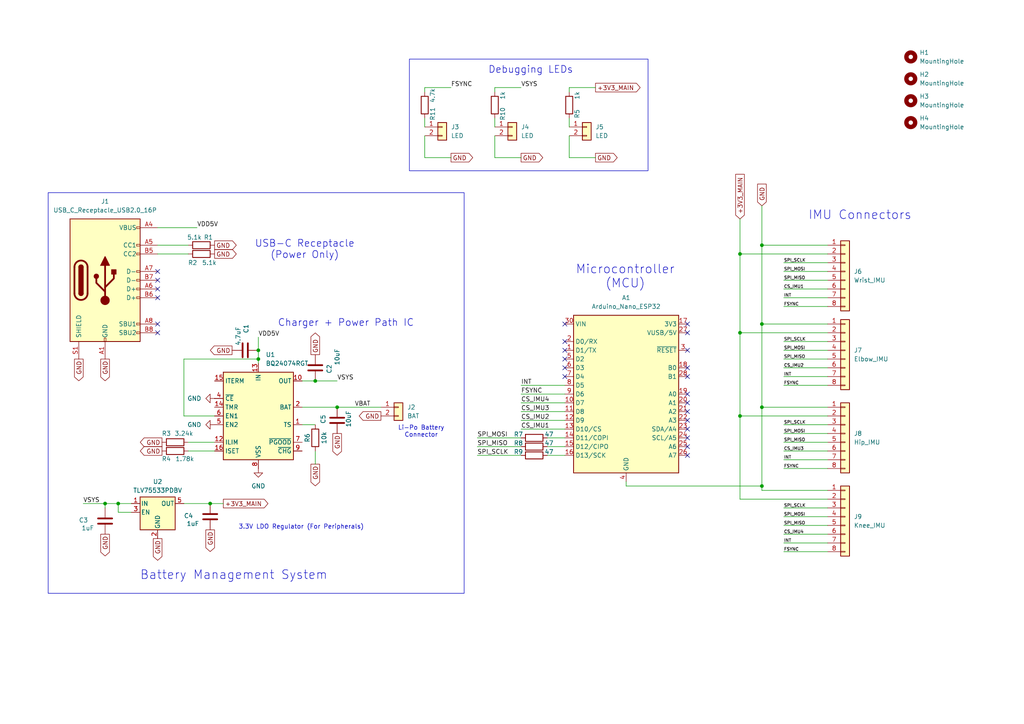
<source format=kicad_sch>
(kicad_sch
	(version 20250114)
	(generator "eeschema")
	(generator_version "9.0")
	(uuid "035e1622-4662-4ab4-a0f8-f4fdda8bd72a")
	(paper "A4")
	(lib_symbols
		(symbol "Battery_Management:BQ24074RGT"
			(exclude_from_sim no)
			(in_bom yes)
			(on_board yes)
			(property "Reference" "U"
				(at -8.89 13.97 0)
				(effects
					(font
						(size 1.27 1.27)
					)
					(justify right)
				)
			)
			(property "Value" "BQ24074RGT"
				(at 16.51 13.97 0)
				(effects
					(font
						(size 1.27 1.27)
					)
					(justify right)
				)
			)
			(property "Footprint" "Package_DFN_QFN:VQFN-16-1EP_3x3mm_P0.5mm_EP1.6x1.6mm"
				(at 7.62 -13.97 0)
				(effects
					(font
						(size 1.27 1.27)
					)
					(justify left)
					(hide yes)
				)
			)
			(property "Datasheet" "http://www.ti.com/lit/ds/symlink/bq24074.pdf"
				(at 7.62 5.08 0)
				(effects
					(font
						(size 1.27 1.27)
					)
					(hide yes)
				)
			)
			(property "Description" "USB-Friendly Li-Ion Battery Charger and Power-Path Management, VQFN-16"
				(at 0 0 0)
				(effects
					(font
						(size 1.27 1.27)
					)
					(hide yes)
				)
			)
			(property "ki_keywords" "USB Charger"
				(at 0 0 0)
				(effects
					(font
						(size 1.27 1.27)
					)
					(hide yes)
				)
			)
			(property "ki_fp_filters" "VQFN*1EP*3x3mm*P0.5mm*"
				(at 0 0 0)
				(effects
					(font
						(size 1.27 1.27)
					)
					(hide yes)
				)
			)
			(symbol "BQ24074RGT_0_1"
				(rectangle
					(start -10.16 12.7)
					(end 10.16 -12.7)
					(stroke
						(width 0.254)
						(type default)
					)
					(fill
						(type background)
					)
				)
			)
			(symbol "BQ24074RGT_1_1"
				(pin input line
					(at -12.7 10.16 0)
					(length 2.54)
					(name "ITERM"
						(effects
							(font
								(size 1.27 1.27)
							)
						)
					)
					(number "15"
						(effects
							(font
								(size 1.27 1.27)
							)
						)
					)
				)
				(pin input line
					(at -12.7 5.08 0)
					(length 2.54)
					(name "~{CE}"
						(effects
							(font
								(size 1.27 1.27)
							)
						)
					)
					(number "4"
						(effects
							(font
								(size 1.27 1.27)
							)
						)
					)
				)
				(pin input line
					(at -12.7 2.54 0)
					(length 2.54)
					(name "TMR"
						(effects
							(font
								(size 1.27 1.27)
							)
						)
					)
					(number "14"
						(effects
							(font
								(size 1.27 1.27)
							)
						)
					)
				)
				(pin input line
					(at -12.7 0 0)
					(length 2.54)
					(name "EN1"
						(effects
							(font
								(size 1.27 1.27)
							)
						)
					)
					(number "6"
						(effects
							(font
								(size 1.27 1.27)
							)
						)
					)
				)
				(pin input line
					(at -12.7 -2.54 0)
					(length 2.54)
					(name "EN2"
						(effects
							(font
								(size 1.27 1.27)
							)
						)
					)
					(number "5"
						(effects
							(font
								(size 1.27 1.27)
							)
						)
					)
				)
				(pin passive line
					(at -12.7 -7.62 0)
					(length 2.54)
					(name "ILIM"
						(effects
							(font
								(size 1.27 1.27)
							)
						)
					)
					(number "12"
						(effects
							(font
								(size 1.27 1.27)
							)
						)
					)
				)
				(pin passive line
					(at -12.7 -10.16 0)
					(length 2.54)
					(name "ISET"
						(effects
							(font
								(size 1.27 1.27)
							)
						)
					)
					(number "16"
						(effects
							(font
								(size 1.27 1.27)
							)
						)
					)
				)
				(pin power_in line
					(at 0 15.24 270)
					(length 2.54)
					(name "IN"
						(effects
							(font
								(size 1.27 1.27)
							)
						)
					)
					(number "13"
						(effects
							(font
								(size 1.27 1.27)
							)
						)
					)
				)
				(pin passive line
					(at 0 -15.24 90)
					(length 2.54)
					(hide yes)
					(name "VSS"
						(effects
							(font
								(size 1.27 1.27)
							)
						)
					)
					(number "17"
						(effects
							(font
								(size 1.27 1.27)
							)
						)
					)
				)
				(pin power_in line
					(at 0 -15.24 90)
					(length 2.54)
					(name "VSS"
						(effects
							(font
								(size 1.27 1.27)
							)
						)
					)
					(number "8"
						(effects
							(font
								(size 1.27 1.27)
							)
						)
					)
				)
				(pin power_out line
					(at 12.7 10.16 180)
					(length 2.54)
					(name "OUT"
						(effects
							(font
								(size 1.27 1.27)
							)
						)
					)
					(number "10"
						(effects
							(font
								(size 1.27 1.27)
							)
						)
					)
				)
				(pin passive line
					(at 12.7 10.16 180)
					(length 2.54)
					(hide yes)
					(name "OUT"
						(effects
							(font
								(size 1.27 1.27)
							)
						)
					)
					(number "11"
						(effects
							(font
								(size 1.27 1.27)
							)
						)
					)
				)
				(pin power_out line
					(at 12.7 2.54 180)
					(length 2.54)
					(name "BAT"
						(effects
							(font
								(size 1.27 1.27)
							)
						)
					)
					(number "2"
						(effects
							(font
								(size 1.27 1.27)
							)
						)
					)
				)
				(pin passive line
					(at 12.7 2.54 180)
					(length 2.54)
					(hide yes)
					(name "BAT"
						(effects
							(font
								(size 1.27 1.27)
							)
						)
					)
					(number "3"
						(effects
							(font
								(size 1.27 1.27)
							)
						)
					)
				)
				(pin passive line
					(at 12.7 -2.54 180)
					(length 2.54)
					(name "TS"
						(effects
							(font
								(size 1.27 1.27)
							)
						)
					)
					(number "1"
						(effects
							(font
								(size 1.27 1.27)
							)
						)
					)
				)
				(pin open_collector line
					(at 12.7 -7.62 180)
					(length 2.54)
					(name "~{PGOOD}"
						(effects
							(font
								(size 1.27 1.27)
							)
						)
					)
					(number "7"
						(effects
							(font
								(size 1.27 1.27)
							)
						)
					)
				)
				(pin open_collector line
					(at 12.7 -10.16 180)
					(length 2.54)
					(name "~{CHG}"
						(effects
							(font
								(size 1.27 1.27)
							)
						)
					)
					(number "9"
						(effects
							(font
								(size 1.27 1.27)
							)
						)
					)
				)
			)
			(embedded_fonts no)
		)
		(symbol "Connector:USB_C_Receptacle_USB2.0_16P"
			(pin_names
				(offset 1.016)
			)
			(exclude_from_sim no)
			(in_bom yes)
			(on_board yes)
			(property "Reference" "J"
				(at 0 22.225 0)
				(effects
					(font
						(size 1.27 1.27)
					)
				)
			)
			(property "Value" "USB_C_Receptacle_USB2.0_16P"
				(at 0 19.685 0)
				(effects
					(font
						(size 1.27 1.27)
					)
				)
			)
			(property "Footprint" ""
				(at 3.81 0 0)
				(effects
					(font
						(size 1.27 1.27)
					)
					(hide yes)
				)
			)
			(property "Datasheet" "https://www.usb.org/sites/default/files/documents/usb_type-c.zip"
				(at 3.81 0 0)
				(effects
					(font
						(size 1.27 1.27)
					)
					(hide yes)
				)
			)
			(property "Description" "USB 2.0-only 16P Type-C Receptacle connector"
				(at 0 0 0)
				(effects
					(font
						(size 1.27 1.27)
					)
					(hide yes)
				)
			)
			(property "ki_keywords" "usb universal serial bus type-C USB2.0"
				(at 0 0 0)
				(effects
					(font
						(size 1.27 1.27)
					)
					(hide yes)
				)
			)
			(property "ki_fp_filters" "USB*C*Receptacle*"
				(at 0 0 0)
				(effects
					(font
						(size 1.27 1.27)
					)
					(hide yes)
				)
			)
			(symbol "USB_C_Receptacle_USB2.0_16P_0_0"
				(rectangle
					(start -0.254 -17.78)
					(end 0.254 -16.764)
					(stroke
						(width 0)
						(type default)
					)
					(fill
						(type none)
					)
				)
				(rectangle
					(start 10.16 15.494)
					(end 9.144 14.986)
					(stroke
						(width 0)
						(type default)
					)
					(fill
						(type none)
					)
				)
				(rectangle
					(start 10.16 10.414)
					(end 9.144 9.906)
					(stroke
						(width 0)
						(type default)
					)
					(fill
						(type none)
					)
				)
				(rectangle
					(start 10.16 7.874)
					(end 9.144 7.366)
					(stroke
						(width 0)
						(type default)
					)
					(fill
						(type none)
					)
				)
				(rectangle
					(start 10.16 2.794)
					(end 9.144 2.286)
					(stroke
						(width 0)
						(type default)
					)
					(fill
						(type none)
					)
				)
				(rectangle
					(start 10.16 0.254)
					(end 9.144 -0.254)
					(stroke
						(width 0)
						(type default)
					)
					(fill
						(type none)
					)
				)
				(rectangle
					(start 10.16 -2.286)
					(end 9.144 -2.794)
					(stroke
						(width 0)
						(type default)
					)
					(fill
						(type none)
					)
				)
				(rectangle
					(start 10.16 -4.826)
					(end 9.144 -5.334)
					(stroke
						(width 0)
						(type default)
					)
					(fill
						(type none)
					)
				)
				(rectangle
					(start 10.16 -12.446)
					(end 9.144 -12.954)
					(stroke
						(width 0)
						(type default)
					)
					(fill
						(type none)
					)
				)
				(rectangle
					(start 10.16 -14.986)
					(end 9.144 -15.494)
					(stroke
						(width 0)
						(type default)
					)
					(fill
						(type none)
					)
				)
			)
			(symbol "USB_C_Receptacle_USB2.0_16P_0_1"
				(rectangle
					(start -10.16 17.78)
					(end 10.16 -17.78)
					(stroke
						(width 0.254)
						(type default)
					)
					(fill
						(type background)
					)
				)
				(polyline
					(pts
						(xy -8.89 -3.81) (xy -8.89 3.81)
					)
					(stroke
						(width 0.508)
						(type default)
					)
					(fill
						(type none)
					)
				)
				(rectangle
					(start -7.62 -3.81)
					(end -6.35 3.81)
					(stroke
						(width 0.254)
						(type default)
					)
					(fill
						(type outline)
					)
				)
				(arc
					(start -7.62 3.81)
					(mid -6.985 4.4423)
					(end -6.35 3.81)
					(stroke
						(width 0.254)
						(type default)
					)
					(fill
						(type none)
					)
				)
				(arc
					(start -7.62 3.81)
					(mid -6.985 4.4423)
					(end -6.35 3.81)
					(stroke
						(width 0.254)
						(type default)
					)
					(fill
						(type outline)
					)
				)
				(arc
					(start -8.89 3.81)
					(mid -6.985 5.7067)
					(end -5.08 3.81)
					(stroke
						(width 0.508)
						(type default)
					)
					(fill
						(type none)
					)
				)
				(arc
					(start -5.08 -3.81)
					(mid -6.985 -5.7067)
					(end -8.89 -3.81)
					(stroke
						(width 0.508)
						(type default)
					)
					(fill
						(type none)
					)
				)
				(arc
					(start -6.35 -3.81)
					(mid -6.985 -4.4423)
					(end -7.62 -3.81)
					(stroke
						(width 0.254)
						(type default)
					)
					(fill
						(type none)
					)
				)
				(arc
					(start -6.35 -3.81)
					(mid -6.985 -4.4423)
					(end -7.62 -3.81)
					(stroke
						(width 0.254)
						(type default)
					)
					(fill
						(type outline)
					)
				)
				(polyline
					(pts
						(xy -5.08 3.81) (xy -5.08 -3.81)
					)
					(stroke
						(width 0.508)
						(type default)
					)
					(fill
						(type none)
					)
				)
				(circle
					(center -2.54 1.143)
					(radius 0.635)
					(stroke
						(width 0.254)
						(type default)
					)
					(fill
						(type outline)
					)
				)
				(polyline
					(pts
						(xy -1.27 4.318) (xy 0 6.858) (xy 1.27 4.318) (xy -1.27 4.318)
					)
					(stroke
						(width 0.254)
						(type default)
					)
					(fill
						(type outline)
					)
				)
				(polyline
					(pts
						(xy 0 -2.032) (xy 2.54 0.508) (xy 2.54 1.778)
					)
					(stroke
						(width 0.508)
						(type default)
					)
					(fill
						(type none)
					)
				)
				(polyline
					(pts
						(xy 0 -3.302) (xy -2.54 -0.762) (xy -2.54 0.508)
					)
					(stroke
						(width 0.508)
						(type default)
					)
					(fill
						(type none)
					)
				)
				(polyline
					(pts
						(xy 0 -5.842) (xy 0 4.318)
					)
					(stroke
						(width 0.508)
						(type default)
					)
					(fill
						(type none)
					)
				)
				(circle
					(center 0 -5.842)
					(radius 1.27)
					(stroke
						(width 0)
						(type default)
					)
					(fill
						(type outline)
					)
				)
				(rectangle
					(start 1.905 1.778)
					(end 3.175 3.048)
					(stroke
						(width 0.254)
						(type default)
					)
					(fill
						(type outline)
					)
				)
			)
			(symbol "USB_C_Receptacle_USB2.0_16P_1_1"
				(pin passive line
					(at -7.62 -22.86 90)
					(length 5.08)
					(name "SHIELD"
						(effects
							(font
								(size 1.27 1.27)
							)
						)
					)
					(number "S1"
						(effects
							(font
								(size 1.27 1.27)
							)
						)
					)
				)
				(pin passive line
					(at 0 -22.86 90)
					(length 5.08)
					(name "GND"
						(effects
							(font
								(size 1.27 1.27)
							)
						)
					)
					(number "A1"
						(effects
							(font
								(size 1.27 1.27)
							)
						)
					)
				)
				(pin passive line
					(at 0 -22.86 90)
					(length 5.08)
					(hide yes)
					(name "GND"
						(effects
							(font
								(size 1.27 1.27)
							)
						)
					)
					(number "A12"
						(effects
							(font
								(size 1.27 1.27)
							)
						)
					)
				)
				(pin passive line
					(at 0 -22.86 90)
					(length 5.08)
					(hide yes)
					(name "GND"
						(effects
							(font
								(size 1.27 1.27)
							)
						)
					)
					(number "B1"
						(effects
							(font
								(size 1.27 1.27)
							)
						)
					)
				)
				(pin passive line
					(at 0 -22.86 90)
					(length 5.08)
					(hide yes)
					(name "GND"
						(effects
							(font
								(size 1.27 1.27)
							)
						)
					)
					(number "B12"
						(effects
							(font
								(size 1.27 1.27)
							)
						)
					)
				)
				(pin passive line
					(at 15.24 15.24 180)
					(length 5.08)
					(name "VBUS"
						(effects
							(font
								(size 1.27 1.27)
							)
						)
					)
					(number "A4"
						(effects
							(font
								(size 1.27 1.27)
							)
						)
					)
				)
				(pin passive line
					(at 15.24 15.24 180)
					(length 5.08)
					(hide yes)
					(name "VBUS"
						(effects
							(font
								(size 1.27 1.27)
							)
						)
					)
					(number "A9"
						(effects
							(font
								(size 1.27 1.27)
							)
						)
					)
				)
				(pin passive line
					(at 15.24 15.24 180)
					(length 5.08)
					(hide yes)
					(name "VBUS"
						(effects
							(font
								(size 1.27 1.27)
							)
						)
					)
					(number "B4"
						(effects
							(font
								(size 1.27 1.27)
							)
						)
					)
				)
				(pin passive line
					(at 15.24 15.24 180)
					(length 5.08)
					(hide yes)
					(name "VBUS"
						(effects
							(font
								(size 1.27 1.27)
							)
						)
					)
					(number "B9"
						(effects
							(font
								(size 1.27 1.27)
							)
						)
					)
				)
				(pin bidirectional line
					(at 15.24 10.16 180)
					(length 5.08)
					(name "CC1"
						(effects
							(font
								(size 1.27 1.27)
							)
						)
					)
					(number "A5"
						(effects
							(font
								(size 1.27 1.27)
							)
						)
					)
				)
				(pin bidirectional line
					(at 15.24 7.62 180)
					(length 5.08)
					(name "CC2"
						(effects
							(font
								(size 1.27 1.27)
							)
						)
					)
					(number "B5"
						(effects
							(font
								(size 1.27 1.27)
							)
						)
					)
				)
				(pin bidirectional line
					(at 15.24 2.54 180)
					(length 5.08)
					(name "D-"
						(effects
							(font
								(size 1.27 1.27)
							)
						)
					)
					(number "A7"
						(effects
							(font
								(size 1.27 1.27)
							)
						)
					)
				)
				(pin bidirectional line
					(at 15.24 0 180)
					(length 5.08)
					(name "D-"
						(effects
							(font
								(size 1.27 1.27)
							)
						)
					)
					(number "B7"
						(effects
							(font
								(size 1.27 1.27)
							)
						)
					)
				)
				(pin bidirectional line
					(at 15.24 -2.54 180)
					(length 5.08)
					(name "D+"
						(effects
							(font
								(size 1.27 1.27)
							)
						)
					)
					(number "A6"
						(effects
							(font
								(size 1.27 1.27)
							)
						)
					)
				)
				(pin bidirectional line
					(at 15.24 -5.08 180)
					(length 5.08)
					(name "D+"
						(effects
							(font
								(size 1.27 1.27)
							)
						)
					)
					(number "B6"
						(effects
							(font
								(size 1.27 1.27)
							)
						)
					)
				)
				(pin bidirectional line
					(at 15.24 -12.7 180)
					(length 5.08)
					(name "SBU1"
						(effects
							(font
								(size 1.27 1.27)
							)
						)
					)
					(number "A8"
						(effects
							(font
								(size 1.27 1.27)
							)
						)
					)
				)
				(pin bidirectional line
					(at 15.24 -15.24 180)
					(length 5.08)
					(name "SBU2"
						(effects
							(font
								(size 1.27 1.27)
							)
						)
					)
					(number "B8"
						(effects
							(font
								(size 1.27 1.27)
							)
						)
					)
				)
			)
			(embedded_fonts no)
		)
		(symbol "Connector_Generic:Conn_01x02"
			(pin_names
				(offset 1.016)
				(hide yes)
			)
			(exclude_from_sim no)
			(in_bom yes)
			(on_board yes)
			(property "Reference" "J"
				(at 0 2.54 0)
				(effects
					(font
						(size 1.27 1.27)
					)
				)
			)
			(property "Value" "Conn_01x02"
				(at 0 -5.08 0)
				(effects
					(font
						(size 1.27 1.27)
					)
				)
			)
			(property "Footprint" ""
				(at 0 0 0)
				(effects
					(font
						(size 1.27 1.27)
					)
					(hide yes)
				)
			)
			(property "Datasheet" "~"
				(at 0 0 0)
				(effects
					(font
						(size 1.27 1.27)
					)
					(hide yes)
				)
			)
			(property "Description" "Generic connector, single row, 01x02, script generated (kicad-library-utils/schlib/autogen/connector/)"
				(at 0 0 0)
				(effects
					(font
						(size 1.27 1.27)
					)
					(hide yes)
				)
			)
			(property "ki_keywords" "connector"
				(at 0 0 0)
				(effects
					(font
						(size 1.27 1.27)
					)
					(hide yes)
				)
			)
			(property "ki_fp_filters" "Connector*:*_1x??_*"
				(at 0 0 0)
				(effects
					(font
						(size 1.27 1.27)
					)
					(hide yes)
				)
			)
			(symbol "Conn_01x02_1_1"
				(rectangle
					(start -1.27 1.27)
					(end 1.27 -3.81)
					(stroke
						(width 0.254)
						(type default)
					)
					(fill
						(type background)
					)
				)
				(rectangle
					(start -1.27 0.127)
					(end 0 -0.127)
					(stroke
						(width 0.1524)
						(type default)
					)
					(fill
						(type none)
					)
				)
				(rectangle
					(start -1.27 -2.413)
					(end 0 -2.667)
					(stroke
						(width 0.1524)
						(type default)
					)
					(fill
						(type none)
					)
				)
				(pin passive line
					(at -5.08 0 0)
					(length 3.81)
					(name "Pin_1"
						(effects
							(font
								(size 1.27 1.27)
							)
						)
					)
					(number "1"
						(effects
							(font
								(size 1.27 1.27)
							)
						)
					)
				)
				(pin passive line
					(at -5.08 -2.54 0)
					(length 3.81)
					(name "Pin_2"
						(effects
							(font
								(size 1.27 1.27)
							)
						)
					)
					(number "2"
						(effects
							(font
								(size 1.27 1.27)
							)
						)
					)
				)
			)
			(embedded_fonts no)
		)
		(symbol "Connector_Generic:Conn_01x08"
			(pin_names
				(offset 1.016)
				(hide yes)
			)
			(exclude_from_sim no)
			(in_bom yes)
			(on_board yes)
			(property "Reference" "J"
				(at 0 10.16 0)
				(effects
					(font
						(size 1.27 1.27)
					)
				)
			)
			(property "Value" "Conn_01x08"
				(at 0 -12.7 0)
				(effects
					(font
						(size 1.27 1.27)
					)
				)
			)
			(property "Footprint" ""
				(at 0 0 0)
				(effects
					(font
						(size 1.27 1.27)
					)
					(hide yes)
				)
			)
			(property "Datasheet" "~"
				(at 0 0 0)
				(effects
					(font
						(size 1.27 1.27)
					)
					(hide yes)
				)
			)
			(property "Description" "Generic connector, single row, 01x08, script generated (kicad-library-utils/schlib/autogen/connector/)"
				(at 0 0 0)
				(effects
					(font
						(size 1.27 1.27)
					)
					(hide yes)
				)
			)
			(property "ki_keywords" "connector"
				(at 0 0 0)
				(effects
					(font
						(size 1.27 1.27)
					)
					(hide yes)
				)
			)
			(property "ki_fp_filters" "Connector*:*_1x??_*"
				(at 0 0 0)
				(effects
					(font
						(size 1.27 1.27)
					)
					(hide yes)
				)
			)
			(symbol "Conn_01x08_1_1"
				(rectangle
					(start -1.27 8.89)
					(end 1.27 -11.43)
					(stroke
						(width 0.254)
						(type default)
					)
					(fill
						(type background)
					)
				)
				(rectangle
					(start -1.27 7.747)
					(end 0 7.493)
					(stroke
						(width 0.1524)
						(type default)
					)
					(fill
						(type none)
					)
				)
				(rectangle
					(start -1.27 5.207)
					(end 0 4.953)
					(stroke
						(width 0.1524)
						(type default)
					)
					(fill
						(type none)
					)
				)
				(rectangle
					(start -1.27 2.667)
					(end 0 2.413)
					(stroke
						(width 0.1524)
						(type default)
					)
					(fill
						(type none)
					)
				)
				(rectangle
					(start -1.27 0.127)
					(end 0 -0.127)
					(stroke
						(width 0.1524)
						(type default)
					)
					(fill
						(type none)
					)
				)
				(rectangle
					(start -1.27 -2.413)
					(end 0 -2.667)
					(stroke
						(width 0.1524)
						(type default)
					)
					(fill
						(type none)
					)
				)
				(rectangle
					(start -1.27 -4.953)
					(end 0 -5.207)
					(stroke
						(width 0.1524)
						(type default)
					)
					(fill
						(type none)
					)
				)
				(rectangle
					(start -1.27 -7.493)
					(end 0 -7.747)
					(stroke
						(width 0.1524)
						(type default)
					)
					(fill
						(type none)
					)
				)
				(rectangle
					(start -1.27 -10.033)
					(end 0 -10.287)
					(stroke
						(width 0.1524)
						(type default)
					)
					(fill
						(type none)
					)
				)
				(pin passive line
					(at -5.08 7.62 0)
					(length 3.81)
					(name "Pin_1"
						(effects
							(font
								(size 1.27 1.27)
							)
						)
					)
					(number "1"
						(effects
							(font
								(size 1.27 1.27)
							)
						)
					)
				)
				(pin passive line
					(at -5.08 5.08 0)
					(length 3.81)
					(name "Pin_2"
						(effects
							(font
								(size 1.27 1.27)
							)
						)
					)
					(number "2"
						(effects
							(font
								(size 1.27 1.27)
							)
						)
					)
				)
				(pin passive line
					(at -5.08 2.54 0)
					(length 3.81)
					(name "Pin_3"
						(effects
							(font
								(size 1.27 1.27)
							)
						)
					)
					(number "3"
						(effects
							(font
								(size 1.27 1.27)
							)
						)
					)
				)
				(pin passive line
					(at -5.08 0 0)
					(length 3.81)
					(name "Pin_4"
						(effects
							(font
								(size 1.27 1.27)
							)
						)
					)
					(number "4"
						(effects
							(font
								(size 1.27 1.27)
							)
						)
					)
				)
				(pin passive line
					(at -5.08 -2.54 0)
					(length 3.81)
					(name "Pin_5"
						(effects
							(font
								(size 1.27 1.27)
							)
						)
					)
					(number "5"
						(effects
							(font
								(size 1.27 1.27)
							)
						)
					)
				)
				(pin passive line
					(at -5.08 -5.08 0)
					(length 3.81)
					(name "Pin_6"
						(effects
							(font
								(size 1.27 1.27)
							)
						)
					)
					(number "6"
						(effects
							(font
								(size 1.27 1.27)
							)
						)
					)
				)
				(pin passive line
					(at -5.08 -7.62 0)
					(length 3.81)
					(name "Pin_7"
						(effects
							(font
								(size 1.27 1.27)
							)
						)
					)
					(number "7"
						(effects
							(font
								(size 1.27 1.27)
							)
						)
					)
				)
				(pin passive line
					(at -5.08 -10.16 0)
					(length 3.81)
					(name "Pin_8"
						(effects
							(font
								(size 1.27 1.27)
							)
						)
					)
					(number "8"
						(effects
							(font
								(size 1.27 1.27)
							)
						)
					)
				)
			)
			(embedded_fonts no)
		)
		(symbol "Device:C"
			(pin_numbers
				(hide yes)
			)
			(pin_names
				(offset 0.254)
			)
			(exclude_from_sim no)
			(in_bom yes)
			(on_board yes)
			(property "Reference" "C"
				(at 0.635 2.54 0)
				(effects
					(font
						(size 1.27 1.27)
					)
					(justify left)
				)
			)
			(property "Value" "C"
				(at 0.635 -2.54 0)
				(effects
					(font
						(size 1.27 1.27)
					)
					(justify left)
				)
			)
			(property "Footprint" ""
				(at 0.9652 -3.81 0)
				(effects
					(font
						(size 1.27 1.27)
					)
					(hide yes)
				)
			)
			(property "Datasheet" "~"
				(at 0 0 0)
				(effects
					(font
						(size 1.27 1.27)
					)
					(hide yes)
				)
			)
			(property "Description" "Unpolarized capacitor"
				(at 0 0 0)
				(effects
					(font
						(size 1.27 1.27)
					)
					(hide yes)
				)
			)
			(property "ki_keywords" "cap capacitor"
				(at 0 0 0)
				(effects
					(font
						(size 1.27 1.27)
					)
					(hide yes)
				)
			)
			(property "ki_fp_filters" "C_*"
				(at 0 0 0)
				(effects
					(font
						(size 1.27 1.27)
					)
					(hide yes)
				)
			)
			(symbol "C_0_1"
				(polyline
					(pts
						(xy -2.032 0.762) (xy 2.032 0.762)
					)
					(stroke
						(width 0.508)
						(type default)
					)
					(fill
						(type none)
					)
				)
				(polyline
					(pts
						(xy -2.032 -0.762) (xy 2.032 -0.762)
					)
					(stroke
						(width 0.508)
						(type default)
					)
					(fill
						(type none)
					)
				)
			)
			(symbol "C_1_1"
				(pin passive line
					(at 0 3.81 270)
					(length 2.794)
					(name "~"
						(effects
							(font
								(size 1.27 1.27)
							)
						)
					)
					(number "1"
						(effects
							(font
								(size 1.27 1.27)
							)
						)
					)
				)
				(pin passive line
					(at 0 -3.81 90)
					(length 2.794)
					(name "~"
						(effects
							(font
								(size 1.27 1.27)
							)
						)
					)
					(number "2"
						(effects
							(font
								(size 1.27 1.27)
							)
						)
					)
				)
			)
			(embedded_fonts no)
		)
		(symbol "Device:R"
			(pin_numbers
				(hide yes)
			)
			(pin_names
				(offset 0)
			)
			(exclude_from_sim no)
			(in_bom yes)
			(on_board yes)
			(property "Reference" "R"
				(at 2.032 0 90)
				(effects
					(font
						(size 1.27 1.27)
					)
				)
			)
			(property "Value" "R"
				(at 0 0 90)
				(effects
					(font
						(size 1.27 1.27)
					)
				)
			)
			(property "Footprint" ""
				(at -1.778 0 90)
				(effects
					(font
						(size 1.27 1.27)
					)
					(hide yes)
				)
			)
			(property "Datasheet" "~"
				(at 0 0 0)
				(effects
					(font
						(size 1.27 1.27)
					)
					(hide yes)
				)
			)
			(property "Description" "Resistor"
				(at 0 0 0)
				(effects
					(font
						(size 1.27 1.27)
					)
					(hide yes)
				)
			)
			(property "ki_keywords" "R res resistor"
				(at 0 0 0)
				(effects
					(font
						(size 1.27 1.27)
					)
					(hide yes)
				)
			)
			(property "ki_fp_filters" "R_*"
				(at 0 0 0)
				(effects
					(font
						(size 1.27 1.27)
					)
					(hide yes)
				)
			)
			(symbol "R_0_1"
				(rectangle
					(start -1.016 -2.54)
					(end 1.016 2.54)
					(stroke
						(width 0.254)
						(type default)
					)
					(fill
						(type none)
					)
				)
			)
			(symbol "R_1_1"
				(pin passive line
					(at 0 3.81 270)
					(length 1.27)
					(name "~"
						(effects
							(font
								(size 1.27 1.27)
							)
						)
					)
					(number "1"
						(effects
							(font
								(size 1.27 1.27)
							)
						)
					)
				)
				(pin passive line
					(at 0 -3.81 90)
					(length 1.27)
					(name "~"
						(effects
							(font
								(size 1.27 1.27)
							)
						)
					)
					(number "2"
						(effects
							(font
								(size 1.27 1.27)
							)
						)
					)
				)
			)
			(embedded_fonts no)
		)
		(symbol "MCU_Module:Arduino_Nano_ESP32"
			(exclude_from_sim no)
			(in_bom yes)
			(on_board yes)
			(property "Reference" "A"
				(at -14.986 23.622 0)
				(effects
					(font
						(size 1.27 1.27)
					)
					(justify left bottom)
				)
			)
			(property "Value" "Arduino_Nano_ESP32"
				(at 3.81 -25.654 0)
				(effects
					(font
						(size 1.27 1.27)
					)
					(justify left top)
				)
			)
			(property "Footprint" "Module:Arduino_Nano"
				(at 13.716 -34.036 0)
				(effects
					(font
						(size 1.27 1.27)
						(italic yes)
					)
					(hide yes)
				)
			)
			(property "Datasheet" "https://docs.arduino.cc/resources/datasheets/ABX00083-datasheet.pdf"
				(at 39.116 -31.496 0)
				(effects
					(font
						(size 1.27 1.27)
					)
					(hide yes)
				)
			)
			(property "Description" "Arduino Nano board based on the ESP32-S3 with a dual-core 240 MHz processor, 384 kB ROM, 512 kB SRAM. Operates at 3.3V, with 5V USB-C® input and 6-21V VIN. Features Wi-Fi®, Bluetooth® LE, digital and analog pins, and supports SPI, I2C, UART, I2S, and CAN."
				(at 138.43 -28.956 0)
				(effects
					(font
						(size 1.27 1.27)
					)
					(hide yes)
				)
			)
			(property "ki_keywords" "Arduino Nano ESP32"
				(at 0 0 0)
				(effects
					(font
						(size 1.27 1.27)
					)
					(hide yes)
				)
			)
			(property "ki_fp_filters" "Arduino*Nano*"
				(at 0 0 0)
				(effects
					(font
						(size 1.27 1.27)
					)
					(hide yes)
				)
			)
			(symbol "Arduino_Nano_ESP32_0_1"
				(rectangle
					(start -15.24 22.86)
					(end 15.24 -22.86)
					(stroke
						(width 0.254)
						(type default)
					)
					(fill
						(type background)
					)
				)
			)
			(symbol "Arduino_Nano_ESP32_1_1"
				(pin power_in line
					(at -17.78 20.32 0)
					(length 2.54)
					(name "VIN"
						(effects
							(font
								(size 1.27 1.27)
							)
						)
					)
					(number "30"
						(effects
							(font
								(size 1.27 1.27)
							)
						)
					)
				)
				(pin bidirectional line
					(at -17.78 15.24 0)
					(length 2.54)
					(name "D0/RX"
						(effects
							(font
								(size 1.27 1.27)
							)
						)
					)
					(number "2"
						(effects
							(font
								(size 1.27 1.27)
							)
						)
					)
				)
				(pin bidirectional line
					(at -17.78 12.7 0)
					(length 2.54)
					(name "D1/TX"
						(effects
							(font
								(size 1.27 1.27)
							)
						)
					)
					(number "1"
						(effects
							(font
								(size 1.27 1.27)
							)
						)
					)
				)
				(pin bidirectional line
					(at -17.78 10.16 0)
					(length 2.54)
					(name "D2"
						(effects
							(font
								(size 1.27 1.27)
							)
						)
					)
					(number "5"
						(effects
							(font
								(size 1.27 1.27)
							)
						)
					)
				)
				(pin bidirectional line
					(at -17.78 7.62 0)
					(length 2.54)
					(name "D3"
						(effects
							(font
								(size 1.27 1.27)
							)
						)
					)
					(number "6"
						(effects
							(font
								(size 1.27 1.27)
							)
						)
					)
				)
				(pin bidirectional line
					(at -17.78 5.08 0)
					(length 2.54)
					(name "D4"
						(effects
							(font
								(size 1.27 1.27)
							)
						)
					)
					(number "7"
						(effects
							(font
								(size 1.27 1.27)
							)
						)
					)
				)
				(pin bidirectional line
					(at -17.78 2.54 0)
					(length 2.54)
					(name "D5"
						(effects
							(font
								(size 1.27 1.27)
							)
						)
					)
					(number "8"
						(effects
							(font
								(size 1.27 1.27)
							)
						)
					)
				)
				(pin bidirectional line
					(at -17.78 0 0)
					(length 2.54)
					(name "D6"
						(effects
							(font
								(size 1.27 1.27)
							)
						)
					)
					(number "9"
						(effects
							(font
								(size 1.27 1.27)
							)
						)
					)
				)
				(pin bidirectional line
					(at -17.78 -2.54 0)
					(length 2.54)
					(name "D7"
						(effects
							(font
								(size 1.27 1.27)
							)
						)
					)
					(number "10"
						(effects
							(font
								(size 1.27 1.27)
							)
						)
					)
				)
				(pin bidirectional line
					(at -17.78 -5.08 0)
					(length 2.54)
					(name "D8"
						(effects
							(font
								(size 1.27 1.27)
							)
						)
					)
					(number "11"
						(effects
							(font
								(size 1.27 1.27)
							)
						)
					)
				)
				(pin bidirectional line
					(at -17.78 -7.62 0)
					(length 2.54)
					(name "D9"
						(effects
							(font
								(size 1.27 1.27)
							)
						)
					)
					(number "12"
						(effects
							(font
								(size 1.27 1.27)
							)
						)
					)
				)
				(pin bidirectional line
					(at -17.78 -10.16 0)
					(length 2.54)
					(name "D10/CS"
						(effects
							(font
								(size 1.27 1.27)
							)
						)
					)
					(number "13"
						(effects
							(font
								(size 1.27 1.27)
							)
						)
					)
				)
				(pin bidirectional line
					(at -17.78 -12.7 0)
					(length 2.54)
					(name "D11/COPI"
						(effects
							(font
								(size 1.27 1.27)
							)
						)
					)
					(number "14"
						(effects
							(font
								(size 1.27 1.27)
							)
						)
					)
				)
				(pin bidirectional line
					(at -17.78 -15.24 0)
					(length 2.54)
					(name "D12/CIPO"
						(effects
							(font
								(size 1.27 1.27)
							)
						)
					)
					(number "15"
						(effects
							(font
								(size 1.27 1.27)
							)
						)
					)
				)
				(pin bidirectional line
					(at -17.78 -17.78 0)
					(length 2.54)
					(name "D13/SCK"
						(effects
							(font
								(size 1.27 1.27)
							)
						)
					)
					(number "16"
						(effects
							(font
								(size 1.27 1.27)
							)
						)
					)
				)
				(pin passive line
					(at 0 -25.4 90)
					(length 2.54)
					(hide yes)
					(name "GND"
						(effects
							(font
								(size 1.27 1.27)
							)
						)
					)
					(number "29"
						(effects
							(font
								(size 1.27 1.27)
							)
						)
					)
				)
				(pin power_in line
					(at 0 -25.4 90)
					(length 2.54)
					(name "GND"
						(effects
							(font
								(size 1.27 1.27)
							)
						)
					)
					(number "4"
						(effects
							(font
								(size 1.27 1.27)
							)
						)
					)
				)
				(pin power_out line
					(at 17.78 20.32 180)
					(length 2.54)
					(name "3V3"
						(effects
							(font
								(size 1.27 1.27)
							)
						)
					)
					(number "17"
						(effects
							(font
								(size 1.27 1.27)
							)
						)
					)
				)
				(pin power_out line
					(at 17.78 17.78 180)
					(length 2.54)
					(name "VUSB/5V"
						(effects
							(font
								(size 1.27 1.27)
							)
						)
					)
					(number "27"
						(effects
							(font
								(size 1.27 1.27)
							)
						)
					)
				)
				(pin input line
					(at 17.78 12.7 180)
					(length 2.54)
					(name "~{RESET}"
						(effects
							(font
								(size 1.27 1.27)
							)
						)
					)
					(number "3"
						(effects
							(font
								(size 1.27 1.27)
							)
						)
					)
				)
				(pin bidirectional line
					(at 17.78 7.62 180)
					(length 2.54)
					(name "B0"
						(effects
							(font
								(size 1.27 1.27)
							)
						)
					)
					(number "18"
						(effects
							(font
								(size 1.27 1.27)
							)
						)
					)
				)
				(pin bidirectional line
					(at 17.78 5.08 180)
					(length 2.54)
					(name "B1"
						(effects
							(font
								(size 1.27 1.27)
							)
						)
					)
					(number "28"
						(effects
							(font
								(size 1.27 1.27)
							)
						)
					)
				)
				(pin bidirectional line
					(at 17.78 0 180)
					(length 2.54)
					(name "A0"
						(effects
							(font
								(size 1.27 1.27)
							)
						)
					)
					(number "19"
						(effects
							(font
								(size 1.27 1.27)
							)
						)
					)
				)
				(pin bidirectional line
					(at 17.78 -2.54 180)
					(length 2.54)
					(name "A1"
						(effects
							(font
								(size 1.27 1.27)
							)
						)
					)
					(number "20"
						(effects
							(font
								(size 1.27 1.27)
							)
						)
					)
				)
				(pin bidirectional line
					(at 17.78 -5.08 180)
					(length 2.54)
					(name "A2"
						(effects
							(font
								(size 1.27 1.27)
							)
						)
					)
					(number "21"
						(effects
							(font
								(size 1.27 1.27)
							)
						)
					)
				)
				(pin bidirectional line
					(at 17.78 -7.62 180)
					(length 2.54)
					(name "A3"
						(effects
							(font
								(size 1.27 1.27)
							)
						)
					)
					(number "22"
						(effects
							(font
								(size 1.27 1.27)
							)
						)
					)
				)
				(pin bidirectional line
					(at 17.78 -10.16 180)
					(length 2.54)
					(name "SDA/A4"
						(effects
							(font
								(size 1.27 1.27)
							)
						)
					)
					(number "23"
						(effects
							(font
								(size 1.27 1.27)
							)
						)
					)
				)
				(pin bidirectional line
					(at 17.78 -12.7 180)
					(length 2.54)
					(name "SCL/A5"
						(effects
							(font
								(size 1.27 1.27)
							)
						)
					)
					(number "24"
						(effects
							(font
								(size 1.27 1.27)
							)
						)
					)
				)
				(pin bidirectional line
					(at 17.78 -15.24 180)
					(length 2.54)
					(name "A6"
						(effects
							(font
								(size 1.27 1.27)
							)
						)
					)
					(number "25"
						(effects
							(font
								(size 1.27 1.27)
							)
						)
					)
				)
				(pin bidirectional line
					(at 17.78 -17.78 180)
					(length 2.54)
					(name "A7"
						(effects
							(font
								(size 1.27 1.27)
							)
						)
					)
					(number "26"
						(effects
							(font
								(size 1.27 1.27)
							)
						)
					)
				)
			)
			(embedded_fonts no)
		)
		(symbol "Mechanical:MountingHole"
			(pin_names
				(offset 1.016)
			)
			(exclude_from_sim no)
			(in_bom no)
			(on_board yes)
			(property "Reference" "H"
				(at 0 5.08 0)
				(effects
					(font
						(size 1.27 1.27)
					)
				)
			)
			(property "Value" "MountingHole"
				(at 0 3.175 0)
				(effects
					(font
						(size 1.27 1.27)
					)
				)
			)
			(property "Footprint" ""
				(at 0 0 0)
				(effects
					(font
						(size 1.27 1.27)
					)
					(hide yes)
				)
			)
			(property "Datasheet" "~"
				(at 0 0 0)
				(effects
					(font
						(size 1.27 1.27)
					)
					(hide yes)
				)
			)
			(property "Description" "Mounting Hole without connection"
				(at 0 0 0)
				(effects
					(font
						(size 1.27 1.27)
					)
					(hide yes)
				)
			)
			(property "ki_keywords" "mounting hole"
				(at 0 0 0)
				(effects
					(font
						(size 1.27 1.27)
					)
					(hide yes)
				)
			)
			(property "ki_fp_filters" "MountingHole*"
				(at 0 0 0)
				(effects
					(font
						(size 1.27 1.27)
					)
					(hide yes)
				)
			)
			(symbol "MountingHole_0_1"
				(circle
					(center 0 0)
					(radius 1.27)
					(stroke
						(width 1.27)
						(type default)
					)
					(fill
						(type none)
					)
				)
			)
			(embedded_fonts no)
		)
		(symbol "Regulator_Linear:TLV75533PDBV"
			(pin_names
				(offset 0.254)
			)
			(exclude_from_sim no)
			(in_bom yes)
			(on_board yes)
			(property "Reference" "U"
				(at -3.81 5.715 0)
				(effects
					(font
						(size 1.27 1.27)
					)
				)
			)
			(property "Value" "TLV75533PDBV"
				(at 0 5.715 0)
				(effects
					(font
						(size 1.27 1.27)
					)
					(justify left)
				)
			)
			(property "Footprint" "Package_TO_SOT_SMD:SOT-23-5"
				(at 0 8.255 0)
				(effects
					(font
						(size 1.27 1.27)
						(italic yes)
					)
					(hide yes)
				)
			)
			(property "Datasheet" "http://www.ti.com/lit/ds/symlink/tlv755p.pdf"
				(at 0 1.27 0)
				(effects
					(font
						(size 1.27 1.27)
					)
					(hide yes)
				)
			)
			(property "Description" "500mA Low Dropout Voltage Regulator, Fixed Output 3.3V, SOT-23-5"
				(at 0 0 0)
				(effects
					(font
						(size 1.27 1.27)
					)
					(hide yes)
				)
			)
			(property "ki_keywords" "LDO Regulator Fixed Positive"
				(at 0 0 0)
				(effects
					(font
						(size 1.27 1.27)
					)
					(hide yes)
				)
			)
			(property "ki_fp_filters" "SOT?23*"
				(at 0 0 0)
				(effects
					(font
						(size 1.27 1.27)
					)
					(hide yes)
				)
			)
			(symbol "TLV75533PDBV_0_1"
				(rectangle
					(start -5.08 4.445)
					(end 5.08 -5.08)
					(stroke
						(width 0.254)
						(type default)
					)
					(fill
						(type background)
					)
				)
			)
			(symbol "TLV75533PDBV_1_1"
				(pin power_in line
					(at -7.62 2.54 0)
					(length 2.54)
					(name "IN"
						(effects
							(font
								(size 1.27 1.27)
							)
						)
					)
					(number "1"
						(effects
							(font
								(size 1.27 1.27)
							)
						)
					)
				)
				(pin input line
					(at -7.62 0 0)
					(length 2.54)
					(name "EN"
						(effects
							(font
								(size 1.27 1.27)
							)
						)
					)
					(number "3"
						(effects
							(font
								(size 1.27 1.27)
							)
						)
					)
				)
				(pin power_in line
					(at 0 -7.62 90)
					(length 2.54)
					(name "GND"
						(effects
							(font
								(size 1.27 1.27)
							)
						)
					)
					(number "2"
						(effects
							(font
								(size 1.27 1.27)
							)
						)
					)
				)
				(pin no_connect line
					(at 5.08 0 180)
					(length 2.54)
					(hide yes)
					(name "NC"
						(effects
							(font
								(size 1.27 1.27)
							)
						)
					)
					(number "4"
						(effects
							(font
								(size 1.27 1.27)
							)
						)
					)
				)
				(pin power_out line
					(at 7.62 2.54 180)
					(length 2.54)
					(name "OUT"
						(effects
							(font
								(size 1.27 1.27)
							)
						)
					)
					(number "5"
						(effects
							(font
								(size 1.27 1.27)
							)
						)
					)
				)
			)
			(embedded_fonts no)
		)
		(symbol "power:GND"
			(power)
			(pin_numbers
				(hide yes)
			)
			(pin_names
				(offset 0)
				(hide yes)
			)
			(exclude_from_sim no)
			(in_bom yes)
			(on_board yes)
			(property "Reference" "#PWR"
				(at 0 -6.35 0)
				(effects
					(font
						(size 1.27 1.27)
					)
					(hide yes)
				)
			)
			(property "Value" "GND"
				(at 0 -3.81 0)
				(effects
					(font
						(size 1.27 1.27)
					)
				)
			)
			(property "Footprint" ""
				(at 0 0 0)
				(effects
					(font
						(size 1.27 1.27)
					)
					(hide yes)
				)
			)
			(property "Datasheet" ""
				(at 0 0 0)
				(effects
					(font
						(size 1.27 1.27)
					)
					(hide yes)
				)
			)
			(property "Description" "Power symbol creates a global label with name \"GND\" , ground"
				(at 0 0 0)
				(effects
					(font
						(size 1.27 1.27)
					)
					(hide yes)
				)
			)
			(property "ki_keywords" "global power"
				(at 0 0 0)
				(effects
					(font
						(size 1.27 1.27)
					)
					(hide yes)
				)
			)
			(symbol "GND_0_1"
				(polyline
					(pts
						(xy 0 0) (xy 0 -1.27) (xy 1.27 -1.27) (xy 0 -2.54) (xy -1.27 -1.27) (xy 0 -1.27)
					)
					(stroke
						(width 0)
						(type default)
					)
					(fill
						(type none)
					)
				)
			)
			(symbol "GND_1_1"
				(pin power_in line
					(at 0 0 270)
					(length 0)
					(name "~"
						(effects
							(font
								(size 1.27 1.27)
							)
						)
					)
					(number "1"
						(effects
							(font
								(size 1.27 1.27)
							)
						)
					)
				)
			)
			(embedded_fonts no)
		)
	)
	(rectangle
		(start 118.745 17.145)
		(end 187.96 49.53)
		(stroke
			(width 0)
			(type default)
		)
		(fill
			(type none)
		)
		(uuid 74f892ea-f471-4819-a526-54bdb0119b1a)
	)
	(rectangle
		(start 13.97 55.88)
		(end 134.62 172.085)
		(stroke
			(width 0)
			(type default)
		)
		(fill
			(type none)
		)
		(uuid b259698a-e007-42d2-a099-032c1e532e02)
	)
	(text "3.3V LDO Regulator (For Peripherals)"
		(exclude_from_sim no)
		(at 87.376 152.908 0)
		(effects
			(font
				(size 1.27 1.27)
			)
		)
		(uuid "277475ae-af12-4ce4-ae73-1dd7c53e4284")
	)
	(text "Li-Po Battery\nConnector\n"
		(exclude_from_sim no)
		(at 122.174 125.222 0)
		(effects
			(font
				(size 1.27 1.27)
			)
		)
		(uuid "456b6b63-ca21-4fec-9730-e4ec9c1caf2c")
	)
	(text "Charger + Power Path IC\n"
		(exclude_from_sim no)
		(at 100.33 93.726 0)
		(effects
			(font
				(size 2.032 2.032)
			)
		)
		(uuid "49d1e207-9b2c-4d79-8376-b5cfadc7cddd")
	)
	(text "IMU Connectors\n"
		(exclude_from_sim no)
		(at 249.428 62.484 0)
		(effects
			(font
				(size 2.54 2.54)
			)
		)
		(uuid "570118ba-8660-4a84-a305-4be75d54bec7")
	)
	(text "USB-C Receptacle\n(Power Only)"
		(exclude_from_sim no)
		(at 88.392 72.39 0)
		(effects
			(font
				(size 2.032 2.032)
			)
		)
		(uuid "7728387b-cf3f-45ad-a48c-e99eb3e0e4fe")
	)
	(text "Debugging LEDs\n"
		(exclude_from_sim no)
		(at 153.924 20.32 0)
		(effects
			(font
				(size 2.032 2.032)
			)
		)
		(uuid "8d7eae2b-dd76-4987-a42b-49c206a324c8")
	)
	(text "Microcontroller\n(MCU)"
		(exclude_from_sim no)
		(at 181.356 80.264 0)
		(effects
			(font
				(size 2.54 2.54)
			)
		)
		(uuid "ac9f5df6-a2b6-42e1-a783-4965e91ccd76")
	)
	(text "Battery Management System\n"
		(exclude_from_sim no)
		(at 67.818 166.878 0)
		(effects
			(font
				(size 2.54 2.54)
			)
		)
		(uuid "d272b716-ea57-4d1c-9723-1b66de82359c")
	)
	(junction
		(at 91.44 110.49)
		(diameter 0)
		(color 0 0 0 0)
		(uuid "1086b9af-64bb-4edb-a1e0-d424d71bc1b5")
	)
	(junction
		(at 74.93 101.6)
		(diameter 0)
		(color 0 0 0 0)
		(uuid "191572c3-d297-4a1b-8241-ba53f96b7917")
	)
	(junction
		(at 220.98 140.97)
		(diameter 0)
		(color 0 0 0 0)
		(uuid "45d644a7-d77e-4696-9f28-ceb4b4b6be47")
	)
	(junction
		(at 60.96 146.05)
		(diameter 0)
		(color 0 0 0 0)
		(uuid "48f22b7b-785e-45a1-8895-fea46e03c220")
	)
	(junction
		(at 34.29 146.05)
		(diameter 0)
		(color 0 0 0 0)
		(uuid "66107e03-1327-464a-9322-24fffbc3480a")
	)
	(junction
		(at 214.63 120.65)
		(diameter 0)
		(color 0 0 0 0)
		(uuid "6edbdfb7-4b40-48b7-8c7a-73a7b1d83433")
	)
	(junction
		(at 30.48 146.05)
		(diameter 0)
		(color 0 0 0 0)
		(uuid "87f72011-5f70-4e98-99b1-df32f753673f")
	)
	(junction
		(at 220.98 93.98)
		(diameter 0)
		(color 0 0 0 0)
		(uuid "a1d945ec-ccd8-4361-a8bd-1cc41402b626")
	)
	(junction
		(at 220.98 118.11)
		(diameter 0)
		(color 0 0 0 0)
		(uuid "c5a76fc0-25a8-4920-8c82-d152c9ea2f7a")
	)
	(junction
		(at 214.63 73.66)
		(diameter 0)
		(color 0 0 0 0)
		(uuid "c5ef4a88-1114-40aa-9da5-7e8468667707")
	)
	(junction
		(at 214.63 96.52)
		(diameter 0)
		(color 0 0 0 0)
		(uuid "e98bfe47-3b10-4781-90a2-a235753d75da")
	)
	(junction
		(at 220.98 71.12)
		(diameter 0)
		(color 0 0 0 0)
		(uuid "f7d8d0dc-5a52-4e55-a537-02b730b23eb8")
	)
	(junction
		(at 74.93 104.14)
		(diameter 0)
		(color 0 0 0 0)
		(uuid "f940f0c7-b10d-4a2b-8305-e51cbeab3834")
	)
	(junction
		(at 97.79 118.11)
		(diameter 0)
		(color 0 0 0 0)
		(uuid "fcd47a71-22fd-4ef4-b960-cda18031a172")
	)
	(no_connect
		(at 199.39 109.22)
		(uuid "00fa6374-1da4-4370-81e3-913f0a77b144")
	)
	(no_connect
		(at 163.83 101.6)
		(uuid "09e67b50-b2c1-4571-9555-244cbd215a2d")
	)
	(no_connect
		(at 199.39 132.08)
		(uuid "1147e384-e432-4d44-a6ee-ea9f958aad14")
	)
	(no_connect
		(at 45.72 78.74)
		(uuid "116c3df6-1877-4ac6-b5ee-f44ce7484d6f")
	)
	(no_connect
		(at 199.39 93.98)
		(uuid "15840c7c-c961-4057-8ff8-fba35982c356")
	)
	(no_connect
		(at 199.39 127)
		(uuid "3cc02e83-763a-4039-ae2b-954b70506e29")
	)
	(no_connect
		(at 45.72 96.52)
		(uuid "466a6845-5a64-4c04-bd56-91da9b50b914")
	)
	(no_connect
		(at 163.83 104.14)
		(uuid "4b35f1af-f119-4422-8977-e53af1917ca2")
	)
	(no_connect
		(at 163.83 99.06)
		(uuid "5754fd46-71c8-477b-b421-b1d0cb474241")
	)
	(no_connect
		(at 199.39 124.46)
		(uuid "5b2bbcf2-0a65-4cd3-95ad-b4817eca6282")
	)
	(no_connect
		(at 199.39 114.3)
		(uuid "672e7be3-21e7-43c2-937b-c44a4422a8f5")
	)
	(no_connect
		(at 199.39 96.52)
		(uuid "7bc3287e-f1f5-43cc-af0c-abf571407fd7")
	)
	(no_connect
		(at 45.72 81.28)
		(uuid "85c1e62f-bd4d-47d3-869a-68f93e6ba089")
	)
	(no_connect
		(at 199.39 101.6)
		(uuid "8a0e47a2-4940-416d-abe4-389c3ae2ad2d")
	)
	(no_connect
		(at 163.83 109.22)
		(uuid "9bbc2d22-e656-47c4-86db-6fa598f1210b")
	)
	(no_connect
		(at 45.72 83.82)
		(uuid "ae59e6e6-600d-43e2-ba4c-c037482b87db")
	)
	(no_connect
		(at 45.72 93.98)
		(uuid "afc68d23-f572-4bf4-a2f5-f7b3a9b18266")
	)
	(no_connect
		(at 199.39 106.68)
		(uuid "b734f3d8-2404-44c7-ba62-d508d32125fd")
	)
	(no_connect
		(at 163.83 106.68)
		(uuid "bb65929e-8a4c-4043-a205-3c21d81f1514")
	)
	(no_connect
		(at 45.72 86.36)
		(uuid "bd6f6151-99c5-4621-b60e-835b5ea58f09")
	)
	(no_connect
		(at 199.39 119.38)
		(uuid "ce9a9c3e-1149-4cde-964b-80d37c88f761")
	)
	(no_connect
		(at 199.39 116.84)
		(uuid "d3141cb7-528d-4b74-b150-cabe24b4b7f1")
	)
	(no_connect
		(at 163.83 93.98)
		(uuid "e0486ef1-4b67-474f-937c-bf6d0e1e729f")
	)
	(no_connect
		(at 199.39 129.54)
		(uuid "ee8fa6d1-653a-47bc-b20b-faa061380ac4")
	)
	(no_connect
		(at 199.39 121.92)
		(uuid "f0f8114a-1eed-4c4a-8907-a20f22afc62c")
	)
	(wire
		(pts
			(xy 214.63 96.52) (xy 214.63 120.65)
		)
		(stroke
			(width 0)
			(type default)
		)
		(uuid "01d49db0-9670-4d3e-bd86-f946f40f0985")
	)
	(wire
		(pts
			(xy 214.63 144.78) (xy 240.03 144.78)
		)
		(stroke
			(width 0)
			(type default)
		)
		(uuid "02b67314-aaf3-443a-9417-ea3e28e15f12")
	)
	(wire
		(pts
			(xy 227.33 81.28) (xy 240.03 81.28)
		)
		(stroke
			(width 0)
			(type default)
		)
		(uuid "03b09fc7-ecae-4214-b247-82aea9f95f79")
	)
	(wire
		(pts
			(xy 227.33 78.74) (xy 240.03 78.74)
		)
		(stroke
			(width 0)
			(type default)
		)
		(uuid "0513ae32-54d6-4860-b5de-f0d4ebe2613f")
	)
	(wire
		(pts
			(xy 123.19 25.4) (xy 130.81 25.4)
		)
		(stroke
			(width 0)
			(type default)
		)
		(uuid "062d8136-87a7-431e-9c05-0e3e87a9a939")
	)
	(wire
		(pts
			(xy 34.29 146.05) (xy 34.29 148.59)
		)
		(stroke
			(width 0)
			(type default)
		)
		(uuid "0826e28a-d13b-4838-9411-b528a15ff612")
	)
	(wire
		(pts
			(xy 227.33 125.73) (xy 240.03 125.73)
		)
		(stroke
			(width 0)
			(type default)
		)
		(uuid "0931b989-441e-4b5f-9dda-a416854aacb4")
	)
	(wire
		(pts
			(xy 151.13 111.76) (xy 163.83 111.76)
		)
		(stroke
			(width 0)
			(type default)
		)
		(uuid "0b2d6a49-b570-474b-916d-470fc119f468")
	)
	(wire
		(pts
			(xy 45.72 71.12) (xy 54.61 71.12)
		)
		(stroke
			(width 0)
			(type default)
		)
		(uuid "0b7f4655-bcf4-432c-b8a4-e0bf19f60019")
	)
	(wire
		(pts
			(xy 220.98 71.12) (xy 220.98 93.98)
		)
		(stroke
			(width 0)
			(type default)
		)
		(uuid "0bb5e5c8-6998-4463-aa57-b754ba7bf035")
	)
	(wire
		(pts
			(xy 123.19 45.72) (xy 130.81 45.72)
		)
		(stroke
			(width 0)
			(type default)
		)
		(uuid "0d6a48a2-6932-41a8-8b65-7db6a7fa6f7c")
	)
	(wire
		(pts
			(xy 227.33 157.48) (xy 240.03 157.48)
		)
		(stroke
			(width 0)
			(type default)
		)
		(uuid "0dd1197e-e76e-4f99-af29-da54d9cd9023")
	)
	(wire
		(pts
			(xy 143.51 34.29) (xy 143.51 36.83)
		)
		(stroke
			(width 0)
			(type default)
		)
		(uuid "0df38bf9-8709-40d8-8a75-b9462825d2be")
	)
	(wire
		(pts
			(xy 87.63 123.19) (xy 91.44 123.19)
		)
		(stroke
			(width 0)
			(type default)
		)
		(uuid "0f3d5479-c15d-487c-af96-db7dafaf69be")
	)
	(wire
		(pts
			(xy 227.33 149.86) (xy 240.03 149.86)
		)
		(stroke
			(width 0)
			(type default)
		)
		(uuid "10c5cfec-0cdd-4fb9-bd8a-692a22e7129d")
	)
	(wire
		(pts
			(xy 34.29 146.05) (xy 38.1 146.05)
		)
		(stroke
			(width 0)
			(type default)
		)
		(uuid "1475cbb9-810b-4b47-8cbd-262894beed4c")
	)
	(wire
		(pts
			(xy 54.61 128.27) (xy 62.23 128.27)
		)
		(stroke
			(width 0)
			(type default)
		)
		(uuid "16fb99ba-e218-40b9-8bd5-f26e0ee822a2")
	)
	(wire
		(pts
			(xy 165.1 39.37) (xy 165.1 45.72)
		)
		(stroke
			(width 0)
			(type default)
		)
		(uuid "172ecdf3-7afe-4f23-baac-dc1b988c51a0")
	)
	(wire
		(pts
			(xy 151.13 119.38) (xy 163.83 119.38)
		)
		(stroke
			(width 0)
			(type default)
		)
		(uuid "1cedf9f2-095f-4497-b966-c4fc080ad170")
	)
	(wire
		(pts
			(xy 158.75 127) (xy 163.83 127)
		)
		(stroke
			(width 0)
			(type default)
		)
		(uuid "1df2af7b-977b-4c30-9de2-2bf35f72abad")
	)
	(wire
		(pts
			(xy 53.34 104.14) (xy 53.34 120.65)
		)
		(stroke
			(width 0)
			(type default)
		)
		(uuid "1f2c7c3b-a375-4959-919d-6dd181f0c683")
	)
	(wire
		(pts
			(xy 87.63 110.49) (xy 91.44 110.49)
		)
		(stroke
			(width 0)
			(type default)
		)
		(uuid "1f9d6656-8fa7-44a6-ad66-98e2d4cb5c28")
	)
	(wire
		(pts
			(xy 138.43 127) (xy 151.13 127)
		)
		(stroke
			(width 0)
			(type default)
		)
		(uuid "20bbf8d6-80f7-4c8c-bff9-baaa616d4209")
	)
	(wire
		(pts
			(xy 38.1 148.59) (xy 34.29 148.59)
		)
		(stroke
			(width 0)
			(type default)
		)
		(uuid "239d2fc9-79a0-4f56-9db2-b89928422f2c")
	)
	(wire
		(pts
			(xy 214.63 120.65) (xy 240.03 120.65)
		)
		(stroke
			(width 0)
			(type default)
		)
		(uuid "24a24511-ad11-469a-82a1-1406aab47f51")
	)
	(wire
		(pts
			(xy 143.51 25.4) (xy 143.51 26.67)
		)
		(stroke
			(width 0)
			(type default)
		)
		(uuid "24e73c5f-a3a8-4db9-9836-691b3dbdcf29")
	)
	(wire
		(pts
			(xy 227.33 111.76) (xy 240.03 111.76)
		)
		(stroke
			(width 0)
			(type default)
		)
		(uuid "3e288813-7842-468d-9cb7-a1d91603580f")
	)
	(wire
		(pts
			(xy 214.63 73.66) (xy 214.63 96.52)
		)
		(stroke
			(width 0)
			(type default)
		)
		(uuid "3fc6a88b-be5f-40e2-90c2-f42e37943abc")
	)
	(wire
		(pts
			(xy 151.13 124.46) (xy 163.83 124.46)
		)
		(stroke
			(width 0)
			(type default)
		)
		(uuid "41914905-2410-484c-ab7c-cdb58b062c9a")
	)
	(wire
		(pts
			(xy 91.44 110.49) (xy 97.79 110.49)
		)
		(stroke
			(width 0)
			(type default)
		)
		(uuid "42d2c7c8-b0c3-4455-800a-e399eb8dd738")
	)
	(wire
		(pts
			(xy 30.48 146.05) (xy 34.29 146.05)
		)
		(stroke
			(width 0)
			(type default)
		)
		(uuid "494def3a-6e56-49e6-8acf-45bd51f2a06e")
	)
	(wire
		(pts
			(xy 227.33 101.6) (xy 240.03 101.6)
		)
		(stroke
			(width 0)
			(type default)
		)
		(uuid "4e3f1370-0b0e-4232-9680-a66b5db002d2")
	)
	(wire
		(pts
			(xy 143.51 39.37) (xy 143.51 45.72)
		)
		(stroke
			(width 0)
			(type default)
		)
		(uuid "4f26d8c4-d76f-4bb0-919c-a214af8629e2")
	)
	(wire
		(pts
			(xy 214.63 73.66) (xy 240.03 73.66)
		)
		(stroke
			(width 0)
			(type default)
		)
		(uuid "50582ea8-aa50-42ab-88b2-ceafc59a00dd")
	)
	(wire
		(pts
			(xy 220.98 118.11) (xy 220.98 140.97)
		)
		(stroke
			(width 0)
			(type default)
		)
		(uuid "514a1928-f8ad-4cb0-b3fa-2e52697364b0")
	)
	(wire
		(pts
			(xy 227.33 109.22) (xy 240.03 109.22)
		)
		(stroke
			(width 0)
			(type default)
		)
		(uuid "55adc8bb-8644-4fc4-a839-d6c72e0815dc")
	)
	(wire
		(pts
			(xy 227.33 123.19) (xy 240.03 123.19)
		)
		(stroke
			(width 0)
			(type default)
		)
		(uuid "5ac1d89f-09ee-41f0-96d6-be67922b1130")
	)
	(wire
		(pts
			(xy 143.51 45.72) (xy 151.13 45.72)
		)
		(stroke
			(width 0)
			(type default)
		)
		(uuid "5b0db0d9-954a-4508-a911-0b827de7d200")
	)
	(wire
		(pts
			(xy 74.93 104.14) (xy 53.34 104.14)
		)
		(stroke
			(width 0)
			(type default)
		)
		(uuid "5ca40d5c-efb5-49d5-b6af-90ae2255bcb7")
	)
	(wire
		(pts
			(xy 227.33 152.4) (xy 240.03 152.4)
		)
		(stroke
			(width 0)
			(type default)
		)
		(uuid "6577003a-4250-4fe3-bba7-52acb1bf8c4c")
	)
	(wire
		(pts
			(xy 53.34 146.05) (xy 60.96 146.05)
		)
		(stroke
			(width 0)
			(type default)
		)
		(uuid "67656eb4-ce81-4945-ace2-fde9921a75b4")
	)
	(wire
		(pts
			(xy 151.13 114.3) (xy 163.83 114.3)
		)
		(stroke
			(width 0)
			(type default)
		)
		(uuid "6dbacba2-de2d-4411-b48e-645bb865f817")
	)
	(wire
		(pts
			(xy 143.51 25.4) (xy 151.13 25.4)
		)
		(stroke
			(width 0)
			(type default)
		)
		(uuid "6fb7ccdb-8b64-4a47-95f8-b3297d11bf3f")
	)
	(wire
		(pts
			(xy 45.72 66.04) (xy 57.15 66.04)
		)
		(stroke
			(width 0)
			(type default)
		)
		(uuid "6ff384b8-bf09-4ff2-a50e-25d6768b4ae5")
	)
	(wire
		(pts
			(xy 220.98 93.98) (xy 220.98 118.11)
		)
		(stroke
			(width 0)
			(type default)
		)
		(uuid "758bdba6-21e2-43c3-a588-2d238ebb64b0")
	)
	(wire
		(pts
			(xy 74.93 104.14) (xy 74.93 105.41)
		)
		(stroke
			(width 0)
			(type default)
		)
		(uuid "7671d85a-0049-44d1-b3ed-c29deca86d15")
	)
	(wire
		(pts
			(xy 214.63 96.52) (xy 240.03 96.52)
		)
		(stroke
			(width 0)
			(type default)
		)
		(uuid "7d0109c8-4a6f-48f5-ab18-acae328a9c08")
	)
	(wire
		(pts
			(xy 227.33 83.82) (xy 240.03 83.82)
		)
		(stroke
			(width 0)
			(type default)
		)
		(uuid "7e5b739c-8945-4cf0-895d-3feafb2dad60")
	)
	(wire
		(pts
			(xy 123.19 25.4) (xy 123.19 26.67)
		)
		(stroke
			(width 0)
			(type default)
		)
		(uuid "7fd099c7-313a-4ec1-a4d7-52f51d71b634")
	)
	(wire
		(pts
			(xy 220.98 140.97) (xy 181.61 140.97)
		)
		(stroke
			(width 0)
			(type default)
		)
		(uuid "843e2ae7-dc86-46d4-a11f-7b6ef7395f40")
	)
	(wire
		(pts
			(xy 227.33 135.89) (xy 240.03 135.89)
		)
		(stroke
			(width 0)
			(type default)
		)
		(uuid "850a20b8-e739-4b33-b540-8d3bbed12d6c")
	)
	(wire
		(pts
			(xy 74.93 97.79) (xy 74.93 101.6)
		)
		(stroke
			(width 0)
			(type default)
		)
		(uuid "85bc0e36-5189-4fe8-936e-5ea5d8bb6f78")
	)
	(wire
		(pts
			(xy 227.33 88.9) (xy 240.03 88.9)
		)
		(stroke
			(width 0)
			(type default)
		)
		(uuid "8c346260-1032-4f59-a0af-d83ae1ee603b")
	)
	(wire
		(pts
			(xy 30.48 147.32) (xy 30.48 146.05)
		)
		(stroke
			(width 0)
			(type default)
		)
		(uuid "8e95e633-f4a1-4b26-b004-6fb0c4b030a5")
	)
	(wire
		(pts
			(xy 165.1 45.72) (xy 172.72 45.72)
		)
		(stroke
			(width 0)
			(type default)
		)
		(uuid "8fcb20c4-1f42-49b3-b9bc-e055cf861219")
	)
	(wire
		(pts
			(xy 151.13 121.92) (xy 163.83 121.92)
		)
		(stroke
			(width 0)
			(type default)
		)
		(uuid "92bada77-807c-4238-9eb6-90ae28f0eda8")
	)
	(wire
		(pts
			(xy 165.1 25.4) (xy 165.1 26.67)
		)
		(stroke
			(width 0)
			(type default)
		)
		(uuid "936bf9ad-5909-468d-8655-f1b9d047f731")
	)
	(wire
		(pts
			(xy 227.33 99.06) (xy 240.03 99.06)
		)
		(stroke
			(width 0)
			(type default)
		)
		(uuid "9904913a-2bab-400c-8de9-c1c971fc3de1")
	)
	(wire
		(pts
			(xy 220.98 93.98) (xy 240.03 93.98)
		)
		(stroke
			(width 0)
			(type default)
		)
		(uuid "a07d3f57-a8ff-4d9e-a0fa-9e13d14621c5")
	)
	(wire
		(pts
			(xy 181.61 140.97) (xy 181.61 139.7)
		)
		(stroke
			(width 0)
			(type default)
		)
		(uuid "a1732d50-7733-4e5c-b7e1-5c7686a1763f")
	)
	(wire
		(pts
			(xy 91.44 130.81) (xy 91.44 134.62)
		)
		(stroke
			(width 0)
			(type default)
		)
		(uuid "a2be6fd2-d315-41e3-a77c-a563e2afb6b9")
	)
	(wire
		(pts
			(xy 227.33 128.27) (xy 240.03 128.27)
		)
		(stroke
			(width 0)
			(type default)
		)
		(uuid "a5c5ab8c-a0a5-497a-aeec-72235ef5c80a")
	)
	(wire
		(pts
			(xy 138.43 132.08) (xy 151.13 132.08)
		)
		(stroke
			(width 0)
			(type default)
		)
		(uuid "a5f91ca5-a8a7-421d-b678-f4571465a81c")
	)
	(wire
		(pts
			(xy 214.63 120.65) (xy 214.63 144.78)
		)
		(stroke
			(width 0)
			(type default)
		)
		(uuid "aa5d9082-d59f-4d0a-816a-4a1f1a34532b")
	)
	(wire
		(pts
			(xy 227.33 154.94) (xy 240.03 154.94)
		)
		(stroke
			(width 0)
			(type default)
		)
		(uuid "ae10ddcb-0ad1-4bfe-a4e4-088c037d321c")
	)
	(wire
		(pts
			(xy 165.1 25.4) (xy 172.72 25.4)
		)
		(stroke
			(width 0)
			(type default)
		)
		(uuid "ae9f6ca6-e02f-4929-be6a-a0642aec8c75")
	)
	(wire
		(pts
			(xy 220.98 118.11) (xy 240.03 118.11)
		)
		(stroke
			(width 0)
			(type default)
		)
		(uuid "af53044c-f685-48d2-99cf-6499249cde11")
	)
	(wire
		(pts
			(xy 138.43 129.54) (xy 151.13 129.54)
		)
		(stroke
			(width 0)
			(type default)
		)
		(uuid "b2a68262-d786-42e7-ab96-29877ac45e1e")
	)
	(wire
		(pts
			(xy 227.33 160.02) (xy 240.03 160.02)
		)
		(stroke
			(width 0)
			(type default)
		)
		(uuid "b5c29dc9-5e18-4281-ac9e-9af7ced47523")
	)
	(wire
		(pts
			(xy 165.1 34.29) (xy 165.1 36.83)
		)
		(stroke
			(width 0)
			(type default)
		)
		(uuid "b6a201f8-1626-4b0f-a3db-ecbd3deeb350")
	)
	(wire
		(pts
			(xy 151.13 116.84) (xy 163.83 116.84)
		)
		(stroke
			(width 0)
			(type default)
		)
		(uuid "b73c4ff7-20ee-4782-92db-63a058b665ad")
	)
	(wire
		(pts
			(xy 214.63 63.5) (xy 214.63 73.66)
		)
		(stroke
			(width 0)
			(type default)
		)
		(uuid "bb580805-f512-414c-afd9-09170584189e")
	)
	(wire
		(pts
			(xy 158.75 132.08) (xy 163.83 132.08)
		)
		(stroke
			(width 0)
			(type default)
		)
		(uuid "bf42ed58-aa7b-42c6-bce3-41185a0fb244")
	)
	(wire
		(pts
			(xy 220.98 71.12) (xy 240.03 71.12)
		)
		(stroke
			(width 0)
			(type default)
		)
		(uuid "bfa95ecb-87fe-4188-abe0-c0ff06964e69")
	)
	(wire
		(pts
			(xy 227.33 133.35) (xy 240.03 133.35)
		)
		(stroke
			(width 0)
			(type default)
		)
		(uuid "c1c5a827-954f-4ecf-a798-028bdab62a59")
	)
	(wire
		(pts
			(xy 227.33 130.81) (xy 240.03 130.81)
		)
		(stroke
			(width 0)
			(type default)
		)
		(uuid "c46507e1-4af3-4758-8494-a2184026b28d")
	)
	(wire
		(pts
			(xy 60.96 146.05) (xy 64.77 146.05)
		)
		(stroke
			(width 0)
			(type default)
		)
		(uuid "c6aa8017-306f-411e-b5c1-481775233130")
	)
	(wire
		(pts
			(xy 54.61 130.81) (xy 62.23 130.81)
		)
		(stroke
			(width 0)
			(type default)
		)
		(uuid "cc60b59a-ab5f-4f68-9fcb-4a16d3e56fc4")
	)
	(wire
		(pts
			(xy 220.98 59.69) (xy 220.98 71.12)
		)
		(stroke
			(width 0)
			(type default)
		)
		(uuid "cd422b61-8d73-4127-8b92-ccc64d3c243d")
	)
	(wire
		(pts
			(xy 24.13 146.05) (xy 30.48 146.05)
		)
		(stroke
			(width 0)
			(type default)
		)
		(uuid "cdb240c2-7816-441e-a6d1-f55c7ed81863")
	)
	(wire
		(pts
			(xy 53.34 120.65) (xy 62.23 120.65)
		)
		(stroke
			(width 0)
			(type default)
		)
		(uuid "d2179d31-71e2-4978-bd72-8604f918f7c2")
	)
	(wire
		(pts
			(xy 87.63 118.11) (xy 97.79 118.11)
		)
		(stroke
			(width 0)
			(type default)
		)
		(uuid "d7559a11-e29e-49e7-b812-48317caf732d")
	)
	(wire
		(pts
			(xy 220.98 140.97) (xy 220.98 142.24)
		)
		(stroke
			(width 0)
			(type default)
		)
		(uuid "d813b183-ab7d-4435-910b-c9a7e8db044d")
	)
	(wire
		(pts
			(xy 227.33 76.2) (xy 240.03 76.2)
		)
		(stroke
			(width 0)
			(type default)
		)
		(uuid "d8ee4e91-9302-4c1c-9b66-a23f5a27c0ec")
	)
	(wire
		(pts
			(xy 97.79 118.11) (xy 110.49 118.11)
		)
		(stroke
			(width 0)
			(type default)
		)
		(uuid "da944051-a7a6-4c28-aed5-0ca83dfb6971")
	)
	(wire
		(pts
			(xy 227.33 104.14) (xy 240.03 104.14)
		)
		(stroke
			(width 0)
			(type default)
		)
		(uuid "de2fb9b8-482e-4d94-a9d5-cdb7cdd36d82")
	)
	(wire
		(pts
			(xy 227.33 106.68) (xy 240.03 106.68)
		)
		(stroke
			(width 0)
			(type default)
		)
		(uuid "e0016ec1-c74f-4cdb-8ff2-5c2c637714b3")
	)
	(wire
		(pts
			(xy 45.72 73.66) (xy 54.61 73.66)
		)
		(stroke
			(width 0)
			(type default)
		)
		(uuid "e6be0e4b-5c0f-4c6f-bf16-c1feb7626474")
	)
	(wire
		(pts
			(xy 123.19 34.29) (xy 123.19 36.83)
		)
		(stroke
			(width 0)
			(type default)
		)
		(uuid "e6fba569-495e-4194-9257-1299f8813c7a")
	)
	(wire
		(pts
			(xy 227.33 86.36) (xy 240.03 86.36)
		)
		(stroke
			(width 0)
			(type default)
		)
		(uuid "eaf8d083-91ed-4249-a48f-7f46ac6d398d")
	)
	(wire
		(pts
			(xy 123.19 39.37) (xy 123.19 45.72)
		)
		(stroke
			(width 0)
			(type default)
		)
		(uuid "ebd5d874-9340-4f98-b57c-21aee7f70db1")
	)
	(wire
		(pts
			(xy 220.98 142.24) (xy 240.03 142.24)
		)
		(stroke
			(width 0)
			(type default)
		)
		(uuid "ed5044c0-d2de-4174-b10e-fbb5c37b36fc")
	)
	(wire
		(pts
			(xy 158.75 129.54) (xy 163.83 129.54)
		)
		(stroke
			(width 0)
			(type default)
		)
		(uuid "f1d1fb45-151e-4cc8-b491-0fd3aef92f7a")
	)
	(wire
		(pts
			(xy 74.93 101.6) (xy 74.93 104.14)
		)
		(stroke
			(width 0)
			(type default)
		)
		(uuid "fa47977c-cfc1-4276-bc1b-c7bfa2d567d3")
	)
	(wire
		(pts
			(xy 227.33 147.32) (xy 240.03 147.32)
		)
		(stroke
			(width 0)
			(type default)
		)
		(uuid "fa81a62d-d27d-425f-ad1b-53111bdd2ba2")
	)
	(label "VBAT"
		(at 102.87 118.11 0)
		(effects
			(font
				(size 1.27 1.27)
			)
			(justify left bottom)
		)
		(uuid "09c21301-9448-4cb0-8ae6-e0031d3dd456")
	)
	(label "FSYNC"
		(at 227.33 135.89 0)
		(effects
			(font
				(size 0.889 0.889)
			)
			(justify left bottom)
		)
		(uuid "0a05410d-7375-42d2-86c0-b242f869aa45")
	)
	(label "SPI_MISO"
		(at 227.33 152.4 0)
		(effects
			(font
				(size 0.889 0.889)
			)
			(justify left bottom)
		)
		(uuid "0afbd866-21c0-40c6-ab38-b048bdd0357e")
	)
	(label "SPI_MISO"
		(at 227.33 81.28 0)
		(effects
			(font
				(size 0.889 0.889)
			)
			(justify left bottom)
		)
		(uuid "14b963ee-0f21-42c9-a603-660cc1713b47")
	)
	(label "FSYNC"
		(at 227.33 160.02 0)
		(effects
			(font
				(size 0.889 0.889)
			)
			(justify left bottom)
		)
		(uuid "14f838e8-8abb-4cc7-8444-f7440f5b56f3")
	)
	(label "VSYS"
		(at 97.79 110.49 0)
		(effects
			(font
				(size 1.27 1.27)
			)
			(justify left bottom)
		)
		(uuid "171a4722-0dfc-4f0b-8547-9fad52bbc4f2")
	)
	(label "SPI_SCLK"
		(at 227.33 123.19 0)
		(effects
			(font
				(size 0.889 0.889)
			)
			(justify left bottom)
		)
		(uuid "181ce7b6-168f-49e9-af1f-f1d9653312fd")
	)
	(label "SPI_SCLK"
		(at 227.33 147.32 0)
		(effects
			(font
				(size 0.889 0.889)
			)
			(justify left bottom)
		)
		(uuid "1c48d815-2d46-43c5-b082-fa8bd899271b")
	)
	(label "CS_IMU4"
		(at 151.13 116.84 0)
		(effects
			(font
				(size 1.27 1.27)
			)
			(justify left bottom)
		)
		(uuid "24e35972-0461-452b-a58a-a5fcee514bfc")
	)
	(label "INT"
		(at 227.33 86.36 0)
		(effects
			(font
				(size 0.889 0.889)
			)
			(justify left bottom)
		)
		(uuid "26fee4da-f59f-4adc-a676-0d1482df07cc")
	)
	(label "SPI_MOSI"
		(at 227.33 78.74 0)
		(effects
			(font
				(size 0.889 0.889)
			)
			(justify left bottom)
		)
		(uuid "28f919b4-1f37-4047-8431-2fb78dac7ba3")
	)
	(label "VDD5V"
		(at 74.93 97.79 0)
		(effects
			(font
				(size 1.27 1.27)
			)
			(justify left bottom)
		)
		(uuid "386cc23d-48df-418d-b8ce-ac1be1e1d6c4")
	)
	(label "SPI_MOSI"
		(at 227.33 125.73 0)
		(effects
			(font
				(size 0.889 0.889)
			)
			(justify left bottom)
		)
		(uuid "39d45613-2591-4021-9751-a937789a6477")
	)
	(label "CS_IMU3"
		(at 227.33 130.81 0)
		(effects
			(font
				(size 0.889 0.889)
			)
			(justify left bottom)
		)
		(uuid "3c84b5a9-b76f-4226-918b-bc212caeeb37")
	)
	(label "SPI_SCLK"
		(at 227.33 99.06 0)
		(effects
			(font
				(size 0.889 0.889)
			)
			(justify left bottom)
		)
		(uuid "3f743ce6-7c6d-4860-9bb6-bdf14e23c76f")
	)
	(label "SPI_MOSI"
		(at 227.33 149.86 0)
		(effects
			(font
				(size 0.889 0.889)
			)
			(justify left bottom)
		)
		(uuid "5e5f4f6f-7897-4ffa-9cd1-a4990799fce2")
	)
	(label "FSYNC"
		(at 227.33 88.9 0)
		(effects
			(font
				(size 0.889 0.889)
			)
			(justify left bottom)
		)
		(uuid "624d8ccd-6bfc-47ff-955b-440c8729511c")
	)
	(label "CS_IMU2"
		(at 151.13 121.92 0)
		(effects
			(font
				(size 1.27 1.27)
			)
			(justify left bottom)
		)
		(uuid "74464f4a-31c8-44b5-a493-42aa35173451")
	)
	(label "VDD5V"
		(at 57.15 66.04 0)
		(effects
			(font
				(size 1.27 1.27)
			)
			(justify left bottom)
		)
		(uuid "74d546b0-15da-4312-8f0f-c8cb74115b57")
	)
	(label "FSYNC"
		(at 227.33 111.76 0)
		(effects
			(font
				(size 0.889 0.889)
			)
			(justify left bottom)
		)
		(uuid "7ef47a6c-7d72-4fc2-911a-f370edc9def4")
	)
	(label "INT"
		(at 227.33 109.22 0)
		(effects
			(font
				(size 0.889 0.889)
			)
			(justify left bottom)
		)
		(uuid "802d92ce-b3ad-4daa-946d-4db4a322468b")
	)
	(label "FSYNC"
		(at 130.81 25.4 0)
		(effects
			(font
				(size 1.27 1.27)
			)
			(justify left bottom)
		)
		(uuid "80889ba0-733b-49c2-983b-73b4839b67b2")
	)
	(label "FSYNC"
		(at 151.13 114.3 0)
		(effects
			(font
				(size 1.27 1.27)
			)
			(justify left bottom)
		)
		(uuid "848d3deb-f758-4eee-84de-2354362045f8")
	)
	(label "SPI_MISO"
		(at 227.33 104.14 0)
		(effects
			(font
				(size 0.889 0.889)
			)
			(justify left bottom)
		)
		(uuid "884a8f28-2120-499e-91e2-1dbb47bc4a9f")
	)
	(label "CS_IMU1"
		(at 227.33 83.82 0)
		(effects
			(font
				(size 0.889 0.889)
			)
			(justify left bottom)
		)
		(uuid "9243b0ce-4d51-44c2-b347-567ec8335a35")
	)
	(label "CS_IMU3"
		(at 151.13 119.38 0)
		(effects
			(font
				(size 1.27 1.27)
			)
			(justify left bottom)
		)
		(uuid "961e54b9-0ed9-48f4-b3ac-de79f83d82b4")
	)
	(label "SPI_MOSI"
		(at 227.33 101.6 0)
		(effects
			(font
				(size 0.889 0.889)
			)
			(justify left bottom)
		)
		(uuid "9afd9792-404c-4d19-9461-ccc789c521ba")
	)
	(label "SPI_MISO"
		(at 227.33 128.27 0)
		(effects
			(font
				(size 0.889 0.889)
			)
			(justify left bottom)
		)
		(uuid "9c88d6dd-c47e-47bd-9773-f1279ab8c5d5")
	)
	(label "INT"
		(at 151.13 111.76 0)
		(effects
			(font
				(size 1.27 1.27)
			)
			(justify left bottom)
		)
		(uuid "a7871862-fb9d-42d2-8526-e08f4db933ae")
	)
	(label "CS_IMU4"
		(at 227.33 154.94 0)
		(effects
			(font
				(size 0.889 0.889)
			)
			(justify left bottom)
		)
		(uuid "b96954c3-dc32-4165-8994-3fb879bac1f0")
	)
	(label "INT"
		(at 227.33 133.35 0)
		(effects
			(font
				(size 0.889 0.889)
			)
			(justify left bottom)
		)
		(uuid "bbd2fcc2-6805-4ed8-842b-a30c6ccc495e")
	)
	(label "SPI_MISO"
		(at 138.43 129.54 0)
		(effects
			(font
				(size 1.27 1.27)
			)
			(justify left bottom)
		)
		(uuid "be2c6bff-cb77-41d0-84cb-55589c75387b")
	)
	(label "INT"
		(at 227.33 157.48 0)
		(effects
			(font
				(size 0.889 0.889)
			)
			(justify left bottom)
		)
		(uuid "d05a53ce-2904-4d9a-9679-978da66a2349")
	)
	(label "SPI_MOSI"
		(at 138.43 127 0)
		(effects
			(font
				(size 1.27 1.27)
			)
			(justify left bottom)
		)
		(uuid "d34faac9-9a7c-4d77-9566-d2b171c7feb3")
	)
	(label "VSYS"
		(at 24.13 146.05 0)
		(effects
			(font
				(size 1.27 1.27)
			)
			(justify left bottom)
		)
		(uuid "d492003c-f683-40df-834f-7d35a0715a96")
	)
	(label "CS_IMU1"
		(at 151.13 124.46 0)
		(effects
			(font
				(size 1.27 1.27)
			)
			(justify left bottom)
		)
		(uuid "d53ee547-6d42-45da-ab6b-91b8a4ff92ce")
	)
	(label "VSYS"
		(at 151.13 25.4 0)
		(effects
			(font
				(size 1.27 1.27)
			)
			(justify left bottom)
		)
		(uuid "e471f4e1-1db2-45c6-811a-4d48b96f8e39")
	)
	(label "SPI_SCLK"
		(at 138.43 132.08 0)
		(effects
			(font
				(size 1.27 1.27)
			)
			(justify left bottom)
		)
		(uuid "f4960020-f06b-4e7f-88eb-054e561bea74")
	)
	(label "SPI_SCLK"
		(at 227.33 76.2 0)
		(effects
			(font
				(size 0.889 0.889)
			)
			(justify left bottom)
		)
		(uuid "f659c60f-9153-4fd9-b21b-62489bd71f96")
	)
	(label "CS_IMU2"
		(at 227.33 106.68 0)
		(effects
			(font
				(size 0.889 0.889)
			)
			(justify left bottom)
		)
		(uuid "ff6a600c-1a8c-4c14-8d23-3459ee3b41c0")
	)
	(global_label "GND"
		(shape output)
		(at 110.49 120.65 180)
		(fields_autoplaced yes)
		(effects
			(font
				(size 1.27 1.27)
			)
			(justify right)
		)
		(uuid "021a8a0a-a143-404d-8107-c0bd52fe1869")
		(property "Intersheetrefs" "${INTERSHEET_REFS}"
			(at 103.6343 120.65 0)
			(effects
				(font
					(size 1.27 1.27)
				)
				(justify right)
				(hide yes)
			)
		)
	)
	(global_label "GND"
		(shape output)
		(at 97.79 125.73 270)
		(fields_autoplaced yes)
		(effects
			(font
				(size 1.27 1.27)
			)
			(justify right)
		)
		(uuid "0487149d-c045-4262-93f5-ef5b7e3dee99")
		(property "Intersheetrefs" "${INTERSHEET_REFS}"
			(at 97.79 132.5857 90)
			(effects
				(font
					(size 1.27 1.27)
				)
				(justify right)
				(hide yes)
			)
		)
	)
	(global_label "GND"
		(shape input)
		(at 220.98 59.69 90)
		(fields_autoplaced yes)
		(effects
			(font
				(size 1.27 1.27)
			)
			(justify left)
		)
		(uuid "12f14e21-6d03-4c07-a0c7-5f8189f18673")
		(property "Intersheetrefs" "${INTERSHEET_REFS}"
			(at 220.98 52.8343 90)
			(effects
				(font
					(size 1.27 1.27)
				)
				(justify left)
				(hide yes)
			)
		)
	)
	(global_label "GND"
		(shape output)
		(at 67.31 101.6 180)
		(fields_autoplaced yes)
		(effects
			(font
				(size 1.27 1.27)
			)
			(justify right)
		)
		(uuid "13d20f53-2aef-4553-b527-2c84d31c248f")
		(property "Intersheetrefs" "${INTERSHEET_REFS}"
			(at 60.4543 101.6 0)
			(effects
				(font
					(size 1.27 1.27)
				)
				(justify right)
				(hide yes)
			)
		)
	)
	(global_label "GND"
		(shape output)
		(at 172.72 45.72 0)
		(fields_autoplaced yes)
		(effects
			(font
				(size 1.27 1.27)
			)
			(justify left)
		)
		(uuid "25ba9d6d-5d88-42e7-8311-19f6017438c9")
		(property "Intersheetrefs" "${INTERSHEET_REFS}"
			(at 179.5757 45.72 0)
			(effects
				(font
					(size 1.27 1.27)
				)
				(justify left)
				(hide yes)
			)
		)
	)
	(global_label "GND"
		(shape output)
		(at 46.99 130.81 180)
		(fields_autoplaced yes)
		(effects
			(font
				(size 1.27 1.27)
			)
			(justify right)
		)
		(uuid "31970c2b-e6a4-410b-abf8-fd5900081802")
		(property "Intersheetrefs" "${INTERSHEET_REFS}"
			(at 40.1343 130.81 0)
			(effects
				(font
					(size 1.27 1.27)
				)
				(justify right)
				(hide yes)
			)
		)
	)
	(global_label "GND"
		(shape output)
		(at 45.72 156.21 270)
		(fields_autoplaced yes)
		(effects
			(font
				(size 1.27 1.27)
			)
			(justify right)
		)
		(uuid "3223fafe-0e0c-449d-8bd6-fe8ba849491d")
		(property "Intersheetrefs" "${INTERSHEET_REFS}"
			(at 45.72 163.0657 90)
			(effects
				(font
					(size 1.27 1.27)
				)
				(justify right)
				(hide yes)
			)
		)
	)
	(global_label "GND"
		(shape output)
		(at 62.23 73.66 0)
		(fields_autoplaced yes)
		(effects
			(font
				(size 1.27 1.27)
			)
			(justify left)
		)
		(uuid "41287907-5699-477b-ba73-6f33b6b0cc3c")
		(property "Intersheetrefs" "${INTERSHEET_REFS}"
			(at 69.0857 73.66 0)
			(effects
				(font
					(size 1.27 1.27)
				)
				(justify left)
				(hide yes)
			)
		)
	)
	(global_label "GND"
		(shape output)
		(at 130.81 45.72 0)
		(fields_autoplaced yes)
		(effects
			(font
				(size 1.27 1.27)
			)
			(justify left)
		)
		(uuid "72c57cb6-e5ab-4f29-a879-6bab1195a278")
		(property "Intersheetrefs" "${INTERSHEET_REFS}"
			(at 137.6657 45.72 0)
			(effects
				(font
					(size 1.27 1.27)
				)
				(justify left)
				(hide yes)
			)
		)
	)
	(global_label "GND"
		(shape output)
		(at 91.44 102.87 90)
		(fields_autoplaced yes)
		(effects
			(font
				(size 1.27 1.27)
			)
			(justify left)
		)
		(uuid "74f446e4-2591-4684-b6a3-b951313699d7")
		(property "Intersheetrefs" "${INTERSHEET_REFS}"
			(at 91.44 96.0143 90)
			(effects
				(font
					(size 1.27 1.27)
				)
				(justify left)
				(hide yes)
			)
		)
	)
	(global_label "GND"
		(shape output)
		(at 30.48 104.14 270)
		(fields_autoplaced yes)
		(effects
			(font
				(size 1.27 1.27)
			)
			(justify right)
		)
		(uuid "7c3ec496-a17c-4d4a-a166-1c332ba6255b")
		(property "Intersheetrefs" "${INTERSHEET_REFS}"
			(at 30.48 110.9957 90)
			(effects
				(font
					(size 1.27 1.27)
				)
				(justify right)
				(hide yes)
			)
		)
	)
	(global_label "GND"
		(shape output)
		(at 62.23 71.12 0)
		(fields_autoplaced yes)
		(effects
			(font
				(size 1.27 1.27)
			)
			(justify left)
		)
		(uuid "807737c0-001b-4579-bc8c-6e8e3d1ad15f")
		(property "Intersheetrefs" "${INTERSHEET_REFS}"
			(at 69.0857 71.12 0)
			(effects
				(font
					(size 1.27 1.27)
				)
				(justify left)
				(hide yes)
			)
		)
	)
	(global_label "GND"
		(shape output)
		(at 91.44 134.62 270)
		(fields_autoplaced yes)
		(effects
			(font
				(size 1.27 1.27)
			)
			(justify right)
		)
		(uuid "a292c1b8-caf7-4e99-804a-e160d7de3402")
		(property "Intersheetrefs" "${INTERSHEET_REFS}"
			(at 91.44 141.4757 90)
			(effects
				(font
					(size 1.27 1.27)
				)
				(justify right)
				(hide yes)
			)
		)
	)
	(global_label "+3V3_MAIN"
		(shape output)
		(at 172.72 25.4 0)
		(fields_autoplaced yes)
		(effects
			(font
				(size 1.27 1.27)
			)
			(justify left)
		)
		(uuid "ac6d1d20-221d-4e14-824a-f9bcaf57c44d")
		(property "Intersheetrefs" "${INTERSHEET_REFS}"
			(at 186.2281 25.4 0)
			(effects
				(font
					(size 1.27 1.27)
				)
				(justify left)
				(hide yes)
			)
		)
	)
	(global_label "GND"
		(shape output)
		(at 46.99 128.27 180)
		(fields_autoplaced yes)
		(effects
			(font
				(size 1.27 1.27)
			)
			(justify right)
		)
		(uuid "bfca5ea7-7672-4bb2-baa0-05cf508dcd4a")
		(property "Intersheetrefs" "${INTERSHEET_REFS}"
			(at 40.1343 128.27 0)
			(effects
				(font
					(size 1.27 1.27)
				)
				(justify right)
				(hide yes)
			)
		)
	)
	(global_label "GND"
		(shape output)
		(at 60.96 153.67 270)
		(fields_autoplaced yes)
		(effects
			(font
				(size 1.27 1.27)
			)
			(justify right)
		)
		(uuid "e4839408-1df3-4392-8cf7-5f128ca0bfec")
		(property "Intersheetrefs" "${INTERSHEET_REFS}"
			(at 60.96 160.5257 90)
			(effects
				(font
					(size 1.27 1.27)
				)
				(justify right)
				(hide yes)
			)
		)
	)
	(global_label "GND"
		(shape output)
		(at 30.48 154.94 270)
		(fields_autoplaced yes)
		(effects
			(font
				(size 1.27 1.27)
			)
			(justify right)
		)
		(uuid "e4977c33-2e46-4788-b463-48b3253c59dc")
		(property "Intersheetrefs" "${INTERSHEET_REFS}"
			(at 30.48 161.7957 90)
			(effects
				(font
					(size 1.27 1.27)
				)
				(justify right)
				(hide yes)
			)
		)
	)
	(global_label "GND"
		(shape output)
		(at 151.13 45.72 0)
		(fields_autoplaced yes)
		(effects
			(font
				(size 1.27 1.27)
			)
			(justify left)
		)
		(uuid "ef498a3e-4a14-4b11-a40f-513e96eac49e")
		(property "Intersheetrefs" "${INTERSHEET_REFS}"
			(at 157.9857 45.72 0)
			(effects
				(font
					(size 1.27 1.27)
				)
				(justify left)
				(hide yes)
			)
		)
	)
	(global_label "GND"
		(shape output)
		(at 22.86 104.14 270)
		(fields_autoplaced yes)
		(effects
			(font
				(size 1.27 1.27)
			)
			(justify right)
		)
		(uuid "f41f2cd6-cd12-498d-a308-89631d37c1cb")
		(property "Intersheetrefs" "${INTERSHEET_REFS}"
			(at 22.86 110.9957 90)
			(effects
				(font
					(size 1.27 1.27)
				)
				(justify right)
				(hide yes)
			)
		)
	)
	(global_label "+3V3_MAIN"
		(shape output)
		(at 64.77 146.05 0)
		(fields_autoplaced yes)
		(effects
			(font
				(size 1.27 1.27)
			)
			(justify left)
		)
		(uuid "fa175f8b-9af7-4164-a862-80b6a3dfbef1")
		(property "Intersheetrefs" "${INTERSHEET_REFS}"
			(at 78.2781 146.05 0)
			(effects
				(font
					(size 1.27 1.27)
				)
				(justify left)
				(hide yes)
			)
		)
	)
	(global_label "+3V3_MAIN"
		(shape input)
		(at 214.63 63.5 90)
		(fields_autoplaced yes)
		(effects
			(font
				(size 1.27 1.27)
			)
			(justify left)
		)
		(uuid "fe96990f-b40d-440a-adcc-a72eda437c3e")
		(property "Intersheetrefs" "${INTERSHEET_REFS}"
			(at 214.63 49.9919 90)
			(effects
				(font
					(size 1.27 1.27)
				)
				(justify left)
				(hide yes)
			)
		)
	)
	(symbol
		(lib_id "Device:C")
		(at 71.12 101.6 270)
		(unit 1)
		(exclude_from_sim no)
		(in_bom yes)
		(on_board yes)
		(dnp no)
		(uuid "01897302-15ca-4367-b390-a9052dc9dbb4")
		(property "Reference" "C1"
			(at 71.374 93.98 0)
			(effects
				(font
					(size 1.27 1.27)
				)
				(justify left)
			)
		)
		(property "Value" "4.7uF"
			(at 69.088 94.742 0)
			(effects
				(font
					(size 1.27 1.27)
				)
				(justify left)
			)
		)
		(property "Footprint" "Capacitor_SMD:C_0805_2012Metric_Pad1.18x1.45mm_HandSolder"
			(at 67.31 102.5652 0)
			(effects
				(font
					(size 1.27 1.27)
				)
				(hide yes)
			)
		)
		(property "Datasheet" "~"
			(at 71.12 101.6 0)
			(effects
				(font
					(size 1.27 1.27)
				)
				(hide yes)
			)
		)
		(property "Description" "Unpolarized capacitor"
			(at 71.12 101.6 0)
			(effects
				(font
					(size 1.27 1.27)
				)
				(hide yes)
			)
		)
		(pin "1"
			(uuid "5ff22081-90bc-4464-b0c5-c1d0a72f7daf")
		)
		(pin "2"
			(uuid "b5df10d8-1a1e-4ce9-af8b-93bdcc4cd16c")
		)
		(instances
			(project "tanmayn2_FinalProjectCAD"
				(path "/035e1622-4662-4ab4-a0f8-f4fdda8bd72a"
					(reference "C1")
					(unit 1)
				)
			)
		)
	)
	(symbol
		(lib_id "Device:R")
		(at 154.94 132.08 90)
		(unit 1)
		(exclude_from_sim no)
		(in_bom yes)
		(on_board yes)
		(dnp no)
		(uuid "022f1f03-ba14-4c16-a089-9eca99d3e28a")
		(property "Reference" "R9"
			(at 150.368 131.064 90)
			(effects
				(font
					(size 1.27 1.27)
				)
			)
		)
		(property "Value" "47"
			(at 159.258 131.064 90)
			(effects
				(font
					(size 1.27 1.27)
				)
			)
		)
		(property "Footprint" "Resistor_SMD:R_0805_2012Metric_Pad1.20x1.40mm_HandSolder"
			(at 154.94 133.858 90)
			(effects
				(font
					(size 1.27 1.27)
				)
				(hide yes)
			)
		)
		(property "Datasheet" "~"
			(at 154.94 132.08 0)
			(effects
				(font
					(size 1.27 1.27)
				)
				(hide yes)
			)
		)
		(property "Description" "Resistor"
			(at 154.94 132.08 0)
			(effects
				(font
					(size 1.27 1.27)
				)
				(hide yes)
			)
		)
		(pin "1"
			(uuid "c4397786-8493-481d-999b-672165522b90")
		)
		(pin "2"
			(uuid "1c608724-c9b3-4dd1-b63d-ab98865ed9ef")
		)
		(instances
			(project "tanmayn2_FinalProjectCAD"
				(path "/035e1622-4662-4ab4-a0f8-f4fdda8bd72a"
					(reference "R9")
					(unit 1)
				)
			)
		)
	)
	(symbol
		(lib_id "Connector_Generic:Conn_01x02")
		(at 128.27 36.83 0)
		(unit 1)
		(exclude_from_sim no)
		(in_bom yes)
		(on_board yes)
		(dnp no)
		(fields_autoplaced yes)
		(uuid "169cf220-1f42-4c1b-9eab-d5232c730912")
		(property "Reference" "J3"
			(at 130.81 36.8299 0)
			(effects
				(font
					(size 1.27 1.27)
				)
				(justify left)
			)
		)
		(property "Value" "LED"
			(at 130.81 39.3699 0)
			(effects
				(font
					(size 1.27 1.27)
				)
				(justify left)
			)
		)
		(property "Footprint" "Connector_Molex:Molex_KK-254_AE-6410-02A_1x02_P2.54mm_Vertical"
			(at 128.27 36.83 0)
			(effects
				(font
					(size 1.27 1.27)
				)
				(hide yes)
			)
		)
		(property "Datasheet" "~"
			(at 128.27 36.83 0)
			(effects
				(font
					(size 1.27 1.27)
				)
				(hide yes)
			)
		)
		(property "Description" "Generic connector, single row, 01x02, script generated (kicad-library-utils/schlib/autogen/connector/)"
			(at 128.27 36.83 0)
			(effects
				(font
					(size 1.27 1.27)
				)
				(hide yes)
			)
		)
		(pin "1"
			(uuid "39983216-0c5e-49a5-8cc8-4c5ef68ebe49")
		)
		(pin "2"
			(uuid "344491f6-c414-405b-bd1d-0920e6824dee")
		)
		(instances
			(project ""
				(path "/035e1622-4662-4ab4-a0f8-f4fdda8bd72a"
					(reference "J3")
					(unit 1)
				)
			)
		)
	)
	(symbol
		(lib_id "Device:R")
		(at 154.94 129.54 90)
		(unit 1)
		(exclude_from_sim no)
		(in_bom yes)
		(on_board yes)
		(dnp no)
		(uuid "1b231907-5ae3-46d2-8d85-c3e0f7eca901")
		(property "Reference" "R8"
			(at 150.368 128.524 90)
			(effects
				(font
					(size 1.27 1.27)
				)
			)
		)
		(property "Value" "47"
			(at 159.258 128.524 90)
			(effects
				(font
					(size 1.27 1.27)
				)
			)
		)
		(property "Footprint" "Resistor_SMD:R_0805_2012Metric_Pad1.20x1.40mm_HandSolder"
			(at 154.94 131.318 90)
			(effects
				(font
					(size 1.27 1.27)
				)
				(hide yes)
			)
		)
		(property "Datasheet" "~"
			(at 154.94 129.54 0)
			(effects
				(font
					(size 1.27 1.27)
				)
				(hide yes)
			)
		)
		(property "Description" "Resistor"
			(at 154.94 129.54 0)
			(effects
				(font
					(size 1.27 1.27)
				)
				(hide yes)
			)
		)
		(pin "1"
			(uuid "17de5fcc-8b34-4b9d-ab5b-b2dc416a4242")
		)
		(pin "2"
			(uuid "7997e6a9-654b-4cef-9924-e1949349401f")
		)
		(instances
			(project "tanmayn2_FinalProjectCAD"
				(path "/035e1622-4662-4ab4-a0f8-f4fdda8bd72a"
					(reference "R8")
					(unit 1)
				)
			)
		)
	)
	(symbol
		(lib_id "Device:R")
		(at 123.19 30.48 180)
		(unit 1)
		(exclude_from_sim no)
		(in_bom yes)
		(on_board yes)
		(dnp no)
		(uuid "1c92ca45-5349-4272-b57c-477c5c309b3e")
		(property "Reference" "R11"
			(at 125.476 33.02 90)
			(effects
				(font
					(size 1.27 1.27)
				)
			)
		)
		(property "Value" "4.7k"
			(at 125.476 27.686 90)
			(effects
				(font
					(size 1.27 1.27)
				)
			)
		)
		(property "Footprint" "Resistor_SMD:R_0805_2012Metric_Pad1.20x1.40mm_HandSolder"
			(at 124.968 30.48 90)
			(effects
				(font
					(size 1.27 1.27)
				)
				(hide yes)
			)
		)
		(property "Datasheet" "~"
			(at 123.19 30.48 0)
			(effects
				(font
					(size 1.27 1.27)
				)
				(hide yes)
			)
		)
		(property "Description" "Resistor"
			(at 123.19 30.48 0)
			(effects
				(font
					(size 1.27 1.27)
				)
				(hide yes)
			)
		)
		(pin "1"
			(uuid "7a595da3-f692-4908-b732-bfe1459f1dca")
		)
		(pin "2"
			(uuid "a3d72992-737e-4036-8097-304949a23c85")
		)
		(instances
			(project "tanmayn2_FinalProjectCAD"
				(path "/035e1622-4662-4ab4-a0f8-f4fdda8bd72a"
					(reference "R11")
					(unit 1)
				)
			)
		)
	)
	(symbol
		(lib_id "Device:C")
		(at 97.79 121.92 0)
		(unit 1)
		(exclude_from_sim no)
		(in_bom yes)
		(on_board yes)
		(dnp no)
		(uuid "2470ff68-9ba6-40cc-8a45-3404473fddd1")
		(property "Reference" "C5"
			(at 93.726 122.936 90)
			(effects
				(font
					(size 1.27 1.27)
				)
				(justify left)
			)
		)
		(property "Value" "10uF"
			(at 101.092 123.952 90)
			(effects
				(font
					(size 1.27 1.27)
				)
				(justify left)
			)
		)
		(property "Footprint" "Capacitor_SMD:C_0805_2012Metric_Pad1.18x1.45mm_HandSolder"
			(at 98.7552 125.73 0)
			(effects
				(font
					(size 1.27 1.27)
				)
				(hide yes)
			)
		)
		(property "Datasheet" "~"
			(at 97.79 121.92 0)
			(effects
				(font
					(size 1.27 1.27)
				)
				(hide yes)
			)
		)
		(property "Description" "Unpolarized capacitor"
			(at 97.79 121.92 0)
			(effects
				(font
					(size 1.27 1.27)
				)
				(hide yes)
			)
		)
		(pin "1"
			(uuid "990e1ea4-d4be-4c92-a724-350207d938ef")
		)
		(pin "2"
			(uuid "77e223d0-c02f-4f6c-9f73-5bf801711bfc")
		)
		(instances
			(project "tanmayn2_FinalProjectCAD"
				(path "/035e1622-4662-4ab4-a0f8-f4fdda8bd72a"
					(reference "C5")
					(unit 1)
				)
			)
		)
	)
	(symbol
		(lib_id "Device:R")
		(at 165.1 30.48 180)
		(unit 1)
		(exclude_from_sim no)
		(in_bom yes)
		(on_board yes)
		(dnp no)
		(uuid "261d6d19-f70c-4480-b9f6-5ff257ba9467")
		(property "Reference" "R5"
			(at 167.386 33.02 90)
			(effects
				(font
					(size 1.27 1.27)
				)
			)
		)
		(property "Value" "1k"
			(at 167.386 27.686 90)
			(effects
				(font
					(size 1.27 1.27)
				)
			)
		)
		(property "Footprint" "Resistor_SMD:R_0805_2012Metric_Pad1.20x1.40mm_HandSolder"
			(at 166.878 30.48 90)
			(effects
				(font
					(size 1.27 1.27)
				)
				(hide yes)
			)
		)
		(property "Datasheet" "~"
			(at 165.1 30.48 0)
			(effects
				(font
					(size 1.27 1.27)
				)
				(hide yes)
			)
		)
		(property "Description" "Resistor"
			(at 165.1 30.48 0)
			(effects
				(font
					(size 1.27 1.27)
				)
				(hide yes)
			)
		)
		(pin "1"
			(uuid "df8159ec-2aa3-42b9-9414-726a0ebc98d1")
		)
		(pin "2"
			(uuid "74892bfc-0e37-4385-b48d-3b63f8e3094f")
		)
		(instances
			(project "tanmayn2_FinalProjectCAD"
				(path "/035e1622-4662-4ab4-a0f8-f4fdda8bd72a"
					(reference "R5")
					(unit 1)
				)
			)
		)
	)
	(symbol
		(lib_id "Mechanical:MountingHole")
		(at 264.16 22.86 0)
		(unit 1)
		(exclude_from_sim no)
		(in_bom no)
		(on_board yes)
		(dnp no)
		(fields_autoplaced yes)
		(uuid "32326894-8723-41dc-9e95-bf567ed651cd")
		(property "Reference" "H2"
			(at 266.7 21.5899 0)
			(effects
				(font
					(size 1.27 1.27)
				)
				(justify left)
			)
		)
		(property "Value" "MountingHole"
			(at 266.7 24.1299 0)
			(effects
				(font
					(size 1.27 1.27)
				)
				(justify left)
			)
		)
		(property "Footprint" "MountingHole:MountingHole_3.2mm_M3"
			(at 264.16 22.86 0)
			(effects
				(font
					(size 1.27 1.27)
				)
				(hide yes)
			)
		)
		(property "Datasheet" "~"
			(at 264.16 22.86 0)
			(effects
				(font
					(size 1.27 1.27)
				)
				(hide yes)
			)
		)
		(property "Description" "Mounting Hole without connection"
			(at 264.16 22.86 0)
			(effects
				(font
					(size 1.27 1.27)
				)
				(hide yes)
			)
		)
		(instances
			(project "tanmayn2_FinalProjectCAD"
				(path "/035e1622-4662-4ab4-a0f8-f4fdda8bd72a"
					(reference "H2")
					(unit 1)
				)
			)
		)
	)
	(symbol
		(lib_id "power:GND")
		(at 74.93 135.89 0)
		(unit 1)
		(exclude_from_sim no)
		(in_bom yes)
		(on_board yes)
		(dnp no)
		(fields_autoplaced yes)
		(uuid "33b0ebaa-f132-4f94-9a69-707977c0ab77")
		(property "Reference" "#PWR018"
			(at 74.93 142.24 0)
			(effects
				(font
					(size 1.27 1.27)
				)
				(hide yes)
			)
		)
		(property "Value" "GND"
			(at 74.93 140.97 0)
			(effects
				(font
					(size 1.27 1.27)
				)
			)
		)
		(property "Footprint" ""
			(at 74.93 135.89 0)
			(effects
				(font
					(size 1.27 1.27)
				)
				(hide yes)
			)
		)
		(property "Datasheet" ""
			(at 74.93 135.89 0)
			(effects
				(font
					(size 1.27 1.27)
				)
				(hide yes)
			)
		)
		(property "Description" "Power symbol creates a global label with name \"GND\" , ground"
			(at 74.93 135.89 0)
			(effects
				(font
					(size 1.27 1.27)
				)
				(hide yes)
			)
		)
		(pin "1"
			(uuid "7071712b-4ef6-462e-ac6b-9c9e42dc1178")
		)
		(instances
			(project "tanmayn2_FinalProjectCAD"
				(path "/035e1622-4662-4ab4-a0f8-f4fdda8bd72a"
					(reference "#PWR018")
					(unit 1)
				)
			)
		)
	)
	(symbol
		(lib_id "Device:C")
		(at 30.48 151.13 0)
		(unit 1)
		(exclude_from_sim no)
		(in_bom yes)
		(on_board yes)
		(dnp no)
		(uuid "3443b064-3a19-42a7-a80a-ca7ddcea8ace")
		(property "Reference" "C3"
			(at 22.86 150.876 0)
			(effects
				(font
					(size 1.27 1.27)
				)
				(justify left)
			)
		)
		(property "Value" "1uF"
			(at 23.622 153.162 0)
			(effects
				(font
					(size 1.27 1.27)
				)
				(justify left)
			)
		)
		(property "Footprint" "Capacitor_SMD:C_0805_2012Metric_Pad1.18x1.45mm_HandSolder"
			(at 31.4452 154.94 0)
			(effects
				(font
					(size 1.27 1.27)
				)
				(hide yes)
			)
		)
		(property "Datasheet" "~"
			(at 30.48 151.13 0)
			(effects
				(font
					(size 1.27 1.27)
				)
				(hide yes)
			)
		)
		(property "Description" "Unpolarized capacitor"
			(at 30.48 151.13 0)
			(effects
				(font
					(size 1.27 1.27)
				)
				(hide yes)
			)
		)
		(pin "1"
			(uuid "391b591c-9601-41e3-97ac-776942f5d647")
		)
		(pin "2"
			(uuid "0d481fc7-b3f3-4f53-8641-99d7004f9f8c")
		)
		(instances
			(project "tanmayn2_FinalProjectCAD"
				(path "/035e1622-4662-4ab4-a0f8-f4fdda8bd72a"
					(reference "C3")
					(unit 1)
				)
			)
		)
	)
	(symbol
		(lib_id "Mechanical:MountingHole")
		(at 264.16 16.51 0)
		(unit 1)
		(exclude_from_sim no)
		(in_bom no)
		(on_board yes)
		(dnp no)
		(fields_autoplaced yes)
		(uuid "42a89dc4-d47f-4d5b-9d82-6a86c1dfbb30")
		(property "Reference" "H1"
			(at 266.7 15.2399 0)
			(effects
				(font
					(size 1.27 1.27)
				)
				(justify left)
			)
		)
		(property "Value" "MountingHole"
			(at 266.7 17.7799 0)
			(effects
				(font
					(size 1.27 1.27)
				)
				(justify left)
			)
		)
		(property "Footprint" "MountingHole:MountingHole_3.2mm_M3"
			(at 264.16 16.51 0)
			(effects
				(font
					(size 1.27 1.27)
				)
				(hide yes)
			)
		)
		(property "Datasheet" "~"
			(at 264.16 16.51 0)
			(effects
				(font
					(size 1.27 1.27)
				)
				(hide yes)
			)
		)
		(property "Description" "Mounting Hole without connection"
			(at 264.16 16.51 0)
			(effects
				(font
					(size 1.27 1.27)
				)
				(hide yes)
			)
		)
		(instances
			(project ""
				(path "/035e1622-4662-4ab4-a0f8-f4fdda8bd72a"
					(reference "H1")
					(unit 1)
				)
			)
		)
	)
	(symbol
		(lib_id "Device:R")
		(at 50.8 128.27 90)
		(unit 1)
		(exclude_from_sim no)
		(in_bom yes)
		(on_board yes)
		(dnp no)
		(uuid "56352dc0-1860-4841-88e0-dd75f2275e2f")
		(property "Reference" "R3"
			(at 48.26 125.73 90)
			(effects
				(font
					(size 1.27 1.27)
				)
			)
		)
		(property "Value" "3.24k"
			(at 53.34 125.73 90)
			(effects
				(font
					(size 1.27 1.27)
				)
			)
		)
		(property "Footprint" "Resistor_SMD:R_0805_2012Metric_Pad1.20x1.40mm_HandSolder"
			(at 50.8 130.048 90)
			(effects
				(font
					(size 1.27 1.27)
				)
				(hide yes)
			)
		)
		(property "Datasheet" "~"
			(at 50.8 128.27 0)
			(effects
				(font
					(size 1.27 1.27)
				)
				(hide yes)
			)
		)
		(property "Description" "Resistor"
			(at 50.8 128.27 0)
			(effects
				(font
					(size 1.27 1.27)
				)
				(hide yes)
			)
		)
		(pin "1"
			(uuid "4bbd3fda-c944-425a-99e0-50ce0e4f9344")
		)
		(pin "2"
			(uuid "c4664d73-680a-4b82-bfdc-2c0865469613")
		)
		(instances
			(project "tanmayn2_FinalProjectCAD"
				(path "/035e1622-4662-4ab4-a0f8-f4fdda8bd72a"
					(reference "R3")
					(unit 1)
				)
			)
		)
	)
	(symbol
		(lib_id "Connector_Generic:Conn_01x08")
		(at 245.11 125.73 0)
		(unit 1)
		(exclude_from_sim no)
		(in_bom yes)
		(on_board yes)
		(dnp no)
		(fields_autoplaced yes)
		(uuid "5d4c1b23-c115-49f9-8fc3-cfb2fa6f2bbc")
		(property "Reference" "J8"
			(at 247.65 125.7299 0)
			(effects
				(font
					(size 1.27 1.27)
				)
				(justify left)
			)
		)
		(property "Value" "Hip_IMU"
			(at 247.65 128.2699 0)
			(effects
				(font
					(size 1.27 1.27)
				)
				(justify left)
			)
		)
		(property "Footprint" "Connector_Molex:Molex_KK-254_AE-6410-08A_1x08_P2.54mm_Vertical"
			(at 245.11 125.73 0)
			(effects
				(font
					(size 1.27 1.27)
				)
				(hide yes)
			)
		)
		(property "Datasheet" "~"
			(at 245.11 125.73 0)
			(effects
				(font
					(size 1.27 1.27)
				)
				(hide yes)
			)
		)
		(property "Description" "Generic connector, single row, 01x08, script generated (kicad-library-utils/schlib/autogen/connector/)"
			(at 245.11 125.73 0)
			(effects
				(font
					(size 1.27 1.27)
				)
				(hide yes)
			)
		)
		(pin "5"
			(uuid "48bf8de1-22cc-49c1-848d-781e54de0fc6")
		)
		(pin "8"
			(uuid "b5460c3d-f0c7-4a33-ab4b-c9985b384907")
		)
		(pin "3"
			(uuid "01027838-7f3a-4e29-8d02-f72dd24fa8f0")
		)
		(pin "6"
			(uuid "30a958d0-44a7-4ca9-83ad-fe14a1dbf8ec")
		)
		(pin "7"
			(uuid "81b1b2ac-f37a-4665-993e-893534538e47")
		)
		(pin "2"
			(uuid "df898bdb-01c7-4044-97b0-2a4770763f5f")
		)
		(pin "4"
			(uuid "bcfefcf6-7892-4b4e-90df-611d22f9da02")
		)
		(pin "1"
			(uuid "2909a150-1caa-49a7-83cf-5eb8bab08b42")
		)
		(instances
			(project "tanmayn2_FinalProjectCAD"
				(path "/035e1622-4662-4ab4-a0f8-f4fdda8bd72a"
					(reference "J8")
					(unit 1)
				)
			)
		)
	)
	(symbol
		(lib_id "Device:C")
		(at 91.44 106.68 180)
		(unit 1)
		(exclude_from_sim no)
		(in_bom yes)
		(on_board yes)
		(dnp no)
		(uuid "6e3e094a-f765-4195-9b0e-3cfcd6ffe509")
		(property "Reference" "C2"
			(at 95.504 105.664 90)
			(effects
				(font
					(size 1.27 1.27)
				)
				(justify left)
			)
		)
		(property "Value" "10uF"
			(at 97.79 101.092 90)
			(effects
				(font
					(size 1.27 1.27)
				)
				(justify left)
			)
		)
		(property "Footprint" "Capacitor_SMD:C_0805_2012Metric_Pad1.18x1.45mm_HandSolder"
			(at 90.4748 102.87 0)
			(effects
				(font
					(size 1.27 1.27)
				)
				(hide yes)
			)
		)
		(property "Datasheet" "~"
			(at 91.44 106.68 0)
			(effects
				(font
					(size 1.27 1.27)
				)
				(hide yes)
			)
		)
		(property "Description" "Unpolarized capacitor"
			(at 91.44 106.68 0)
			(effects
				(font
					(size 1.27 1.27)
				)
				(hide yes)
			)
		)
		(pin "1"
			(uuid "dc04ff8b-5f27-4e0d-b47b-02a18969021f")
		)
		(pin "2"
			(uuid "2831199c-79f2-488e-a6f6-4ac59a2af9cb")
		)
		(instances
			(project "tanmayn2_FinalProjectCAD"
				(path "/035e1622-4662-4ab4-a0f8-f4fdda8bd72a"
					(reference "C2")
					(unit 1)
				)
			)
		)
	)
	(symbol
		(lib_id "Device:R")
		(at 91.44 127 180)
		(unit 1)
		(exclude_from_sim no)
		(in_bom yes)
		(on_board yes)
		(dnp no)
		(uuid "6fcf2c4e-73b2-4518-80d5-367924f3b303")
		(property "Reference" "R6"
			(at 89.154 127 90)
			(effects
				(font
					(size 1.27 1.27)
				)
			)
		)
		(property "Value" "10k"
			(at 93.98 127 90)
			(effects
				(font
					(size 1.27 1.27)
				)
			)
		)
		(property "Footprint" "Resistor_SMD:R_0805_2012Metric_Pad1.20x1.40mm_HandSolder"
			(at 93.218 127 90)
			(effects
				(font
					(size 1.27 1.27)
				)
				(hide yes)
			)
		)
		(property "Datasheet" "~"
			(at 91.44 127 0)
			(effects
				(font
					(size 1.27 1.27)
				)
				(hide yes)
			)
		)
		(property "Description" "Resistor"
			(at 91.44 127 0)
			(effects
				(font
					(size 1.27 1.27)
				)
				(hide yes)
			)
		)
		(pin "1"
			(uuid "988188f5-87fc-4a17-beb6-d2552be10220")
		)
		(pin "2"
			(uuid "8dfb34b8-60ec-4e5d-9d47-876e675ed934")
		)
		(instances
			(project "tanmayn2_FinalProjectCAD"
				(path "/035e1622-4662-4ab4-a0f8-f4fdda8bd72a"
					(reference "R6")
					(unit 1)
				)
			)
		)
	)
	(symbol
		(lib_id "Connector_Generic:Conn_01x02")
		(at 170.18 36.83 0)
		(unit 1)
		(exclude_from_sim no)
		(in_bom yes)
		(on_board yes)
		(dnp no)
		(fields_autoplaced yes)
		(uuid "70450aa0-c958-450e-948f-a7bf9880db65")
		(property "Reference" "J5"
			(at 172.72 36.8299 0)
			(effects
				(font
					(size 1.27 1.27)
				)
				(justify left)
			)
		)
		(property "Value" "LED"
			(at 172.72 39.3699 0)
			(effects
				(font
					(size 1.27 1.27)
				)
				(justify left)
			)
		)
		(property "Footprint" "Connector_Molex:Molex_KK-254_AE-6410-02A_1x02_P2.54mm_Vertical"
			(at 170.18 36.83 0)
			(effects
				(font
					(size 1.27 1.27)
				)
				(hide yes)
			)
		)
		(property "Datasheet" "~"
			(at 170.18 36.83 0)
			(effects
				(font
					(size 1.27 1.27)
				)
				(hide yes)
			)
		)
		(property "Description" "Generic connector, single row, 01x02, script generated (kicad-library-utils/schlib/autogen/connector/)"
			(at 170.18 36.83 0)
			(effects
				(font
					(size 1.27 1.27)
				)
				(hide yes)
			)
		)
		(pin "1"
			(uuid "346cdfd4-365b-4fad-867c-2669121e9bb0")
		)
		(pin "2"
			(uuid "e6bcb91b-73bc-44a4-b460-7b89c3b559ea")
		)
		(instances
			(project "tanmayn2_FinalProjectCAD"
				(path "/035e1622-4662-4ab4-a0f8-f4fdda8bd72a"
					(reference "J5")
					(unit 1)
				)
			)
		)
	)
	(symbol
		(lib_id "Battery_Management:BQ24074RGT")
		(at 74.93 120.65 0)
		(unit 1)
		(exclude_from_sim no)
		(in_bom yes)
		(on_board yes)
		(dnp no)
		(fields_autoplaced yes)
		(uuid "7432d0a3-cf77-4ced-a06b-454f5ef6a5c1")
		(property "Reference" "U1"
			(at 77.0733 102.87 0)
			(effects
				(font
					(size 1.27 1.27)
				)
				(justify left)
			)
		)
		(property "Value" "BQ24074RGT"
			(at 77.0733 105.41 0)
			(effects
				(font
					(size 1.27 1.27)
				)
				(justify left)
			)
		)
		(property "Footprint" "Package_DFN_QFN:VQFN-16-1EP_3x3mm_P0.5mm_EP1.6x1.6mm"
			(at 82.55 134.62 0)
			(effects
				(font
					(size 1.27 1.27)
				)
				(justify left)
				(hide yes)
			)
		)
		(property "Datasheet" "http://www.ti.com/lit/ds/symlink/bq24074.pdf"
			(at 82.55 115.57 0)
			(effects
				(font
					(size 1.27 1.27)
				)
				(hide yes)
			)
		)
		(property "Description" "USB-Friendly Li-Ion Battery Charger and Power-Path Management, VQFN-16"
			(at 74.93 120.65 0)
			(effects
				(font
					(size 1.27 1.27)
				)
				(hide yes)
			)
		)
		(pin "14"
			(uuid "1d52be39-6d65-4f27-b73b-1398ac333128")
		)
		(pin "3"
			(uuid "9fe51e63-b95e-4271-aa7e-388140766eb7")
		)
		(pin "16"
			(uuid "e65fc808-85d6-4b31-b85d-845e5f1079ca")
		)
		(pin "5"
			(uuid "8e71cefa-1e36-46a2-865d-622d9fc0f5c4")
		)
		(pin "11"
			(uuid "86aa63ec-56a5-4bda-bc5b-7c42aa26afe4")
		)
		(pin "8"
			(uuid "b11d2e8e-95d2-4207-a39f-6be5a57a7486")
		)
		(pin "10"
			(uuid "0d19e834-6827-45ca-973b-3f8a43fbfe0e")
		)
		(pin "12"
			(uuid "d29ece70-6ffb-4982-8f19-ec0628ace8e7")
		)
		(pin "1"
			(uuid "69c2c720-9f50-4a5c-8b15-ad6b226104ae")
		)
		(pin "9"
			(uuid "3e50f5a7-fd5a-4057-a17b-1179913947fe")
		)
		(pin "6"
			(uuid "6e3993c2-931d-4c63-a822-c6ab6de7d8c0")
		)
		(pin "4"
			(uuid "e521ea56-1456-449d-9321-41644e8e3138")
		)
		(pin "13"
			(uuid "06de30d3-e0f9-4a2e-8850-d3dc3c8b3244")
		)
		(pin "17"
			(uuid "f713b080-70f7-4814-b879-0defc6b48afe")
		)
		(pin "15"
			(uuid "8477b50f-3008-4fa3-b454-4f9f98315d32")
		)
		(pin "2"
			(uuid "e0fa8b9e-feb1-45b9-a5dc-5f826ca3a5d7")
		)
		(pin "7"
			(uuid "5a64135b-5f83-4ee8-9c63-9e88508d2e94")
		)
		(instances
			(project "tanmayn2_FinalProjectCAD"
				(path "/035e1622-4662-4ab4-a0f8-f4fdda8bd72a"
					(reference "U1")
					(unit 1)
				)
			)
		)
	)
	(symbol
		(lib_id "Regulator_Linear:TLV75533PDBV")
		(at 45.72 148.59 0)
		(unit 1)
		(exclude_from_sim no)
		(in_bom yes)
		(on_board yes)
		(dnp no)
		(fields_autoplaced yes)
		(uuid "77217698-75f6-44c0-bd73-27ded1f8ece7")
		(property "Reference" "U2"
			(at 45.72 139.7 0)
			(effects
				(font
					(size 1.27 1.27)
				)
			)
		)
		(property "Value" "TLV75533PDBV"
			(at 45.72 142.24 0)
			(effects
				(font
					(size 1.27 1.27)
				)
			)
		)
		(property "Footprint" "Package_TO_SOT_SMD:SOT-23-5"
			(at 45.72 140.335 0)
			(effects
				(font
					(size 1.27 1.27)
					(italic yes)
				)
				(hide yes)
			)
		)
		(property "Datasheet" "http://www.ti.com/lit/ds/symlink/tlv755p.pdf"
			(at 45.72 147.32 0)
			(effects
				(font
					(size 1.27 1.27)
				)
				(hide yes)
			)
		)
		(property "Description" "500mA Low Dropout Voltage Regulator, Fixed Output 3.3V, SOT-23-5"
			(at 45.72 148.59 0)
			(effects
				(font
					(size 1.27 1.27)
				)
				(hide yes)
			)
		)
		(pin "5"
			(uuid "77531099-3533-444c-8ea6-d43f5c80e2a3")
		)
		(pin "4"
			(uuid "4ee58876-f5b1-44d8-b33f-5e037cd446ce")
		)
		(pin "1"
			(uuid "9135fe6a-dea2-4718-9244-c8a6ea67eb32")
		)
		(pin "2"
			(uuid "10d4663e-b51a-4132-b9ce-a2c885900417")
		)
		(pin "3"
			(uuid "e35fe206-a4c6-41a6-8424-9d96d1affecf")
		)
		(instances
			(project "tanmayn2_FinalProjectCAD"
				(path "/035e1622-4662-4ab4-a0f8-f4fdda8bd72a"
					(reference "U2")
					(unit 1)
				)
			)
		)
	)
	(symbol
		(lib_id "Connector:USB_C_Receptacle_USB2.0_16P")
		(at 30.48 81.28 0)
		(unit 1)
		(exclude_from_sim no)
		(in_bom yes)
		(on_board yes)
		(dnp no)
		(fields_autoplaced yes)
		(uuid "77c218bf-c81f-4c47-bafa-3af2c7d5149c")
		(property "Reference" "J1"
			(at 30.48 58.42 0)
			(effects
				(font
					(size 1.27 1.27)
				)
			)
		)
		(property "Value" "USB_C_Receptacle_USB2.0_16P"
			(at 30.48 60.96 0)
			(effects
				(font
					(size 1.27 1.27)
				)
			)
		)
		(property "Footprint" "Connector_USB:USB_C_Receptacle_Molex_105450-0101"
			(at 34.29 81.28 0)
			(effects
				(font
					(size 1.27 1.27)
				)
				(hide yes)
			)
		)
		(property "Datasheet" "https://www.usb.org/sites/default/files/documents/usb_type-c.zip"
			(at 34.29 81.28 0)
			(effects
				(font
					(size 1.27 1.27)
				)
				(hide yes)
			)
		)
		(property "Description" "USB 2.0-only 16P Type-C Receptacle connector"
			(at 30.48 81.28 0)
			(effects
				(font
					(size 1.27 1.27)
				)
				(hide yes)
			)
		)
		(pin "A6"
			(uuid "3330699b-f6c7-4d1d-b383-943d14ca9160")
		)
		(pin "A4"
			(uuid "a4cc685e-0c8c-4b52-a724-28a43d2fb272")
		)
		(pin "S1"
			(uuid "617beab2-b925-44f6-bce3-b75c0343eaac")
		)
		(pin "B1"
			(uuid "b2febe33-5de5-42b3-8fb5-2cffa791fae6")
		)
		(pin "B12"
			(uuid "c177f336-6113-44b2-b16f-8001d08f0859")
		)
		(pin "B5"
			(uuid "2443eae8-b1bd-4975-a24a-574d0eb91f06")
		)
		(pin "A9"
			(uuid "b92d530a-41c5-44ce-b739-d71baa8e0174")
		)
		(pin "B4"
			(uuid "b856ba84-ea58-4ccd-9556-1d291260fff6")
		)
		(pin "B7"
			(uuid "cdb04363-5e1a-498f-a44b-ff979bb09f2e")
		)
		(pin "A7"
			(uuid "99f0974b-2361-49b1-8acf-5011f40daecb")
		)
		(pin "A1"
			(uuid "8f28e311-c2be-4e40-a279-7a449f03e9a6")
		)
		(pin "A8"
			(uuid "6c1f5287-164a-4e3e-9c00-59de732b8861")
		)
		(pin "B8"
			(uuid "0cfca9aa-8f8c-4e56-a7c0-405cce02b4b2")
		)
		(pin "A12"
			(uuid "b2e16f67-d643-40b1-beb3-3a63852bce3f")
		)
		(pin "B9"
			(uuid "be408289-ed5a-48f8-b516-9ce585dfe477")
		)
		(pin "A5"
			(uuid "cfbc20c9-6466-4c4b-828f-c1c6d2826d70")
		)
		(pin "B6"
			(uuid "974e4cb7-58eb-4244-b54f-1875ab79c071")
		)
		(instances
			(project "tanmayn2_FinalProjectCAD"
				(path "/035e1622-4662-4ab4-a0f8-f4fdda8bd72a"
					(reference "J1")
					(unit 1)
				)
			)
		)
	)
	(symbol
		(lib_id "power:GND")
		(at 62.23 115.57 270)
		(unit 1)
		(exclude_from_sim no)
		(in_bom yes)
		(on_board yes)
		(dnp no)
		(fields_autoplaced yes)
		(uuid "798367a6-670e-46f7-8c36-1ddc2b322967")
		(property "Reference" "#PWR016"
			(at 55.88 115.57 0)
			(effects
				(font
					(size 1.27 1.27)
				)
				(hide yes)
			)
		)
		(property "Value" "GND"
			(at 58.42 115.5699 90)
			(effects
				(font
					(size 1.27 1.27)
				)
				(justify right)
			)
		)
		(property "Footprint" ""
			(at 62.23 115.57 0)
			(effects
				(font
					(size 1.27 1.27)
				)
				(hide yes)
			)
		)
		(property "Datasheet" ""
			(at 62.23 115.57 0)
			(effects
				(font
					(size 1.27 1.27)
				)
				(hide yes)
			)
		)
		(property "Description" "Power symbol creates a global label with name \"GND\" , ground"
			(at 62.23 115.57 0)
			(effects
				(font
					(size 1.27 1.27)
				)
				(hide yes)
			)
		)
		(pin "1"
			(uuid "dabcae3b-95ef-4f42-8ded-fad67b927f9f")
		)
		(instances
			(project "tanmayn2_FinalProjectCAD"
				(path "/035e1622-4662-4ab4-a0f8-f4fdda8bd72a"
					(reference "#PWR016")
					(unit 1)
				)
			)
		)
	)
	(symbol
		(lib_id "Connector_Generic:Conn_01x08")
		(at 245.11 78.74 0)
		(unit 1)
		(exclude_from_sim no)
		(in_bom yes)
		(on_board yes)
		(dnp no)
		(fields_autoplaced yes)
		(uuid "82f93f69-dcd8-4714-972f-9046d66c4b4b")
		(property "Reference" "J6"
			(at 247.65 78.7399 0)
			(effects
				(font
					(size 1.27 1.27)
				)
				(justify left)
			)
		)
		(property "Value" "Wrist_IMU"
			(at 247.65 81.2799 0)
			(effects
				(font
					(size 1.27 1.27)
				)
				(justify left)
			)
		)
		(property "Footprint" "Connector_Molex:Molex_KK-254_AE-6410-08A_1x08_P2.54mm_Vertical"
			(at 245.11 78.74 0)
			(effects
				(font
					(size 1.27 1.27)
				)
				(hide yes)
			)
		)
		(property "Datasheet" "~"
			(at 245.11 78.74 0)
			(effects
				(font
					(size 1.27 1.27)
				)
				(hide yes)
			)
		)
		(property "Description" "Generic connector, single row, 01x08, script generated (kicad-library-utils/schlib/autogen/connector/)"
			(at 245.11 78.74 0)
			(effects
				(font
					(size 1.27 1.27)
				)
				(hide yes)
			)
		)
		(pin "5"
			(uuid "4370ca7c-8d03-4181-8988-505e2d3a6da6")
		)
		(pin "8"
			(uuid "45ff537d-0224-4b2b-ae76-25a33f241ac0")
		)
		(pin "3"
			(uuid "a859bff8-300a-4fa8-8846-e84c73d5b106")
		)
		(pin "6"
			(uuid "bce2c75f-f91e-4c26-bab8-3bf632ab0ffd")
		)
		(pin "7"
			(uuid "5864bd29-abd0-4f2c-84db-80d18c5db9be")
		)
		(pin "2"
			(uuid "213de817-70b1-481a-b2bb-126da4783269")
		)
		(pin "4"
			(uuid "d75d5322-a1b6-48d2-b550-3abced7290a2")
		)
		(pin "1"
			(uuid "eed5beb1-e8e9-4bfd-9fff-487ce1408d15")
		)
		(instances
			(project ""
				(path "/035e1622-4662-4ab4-a0f8-f4fdda8bd72a"
					(reference "J6")
					(unit 1)
				)
			)
		)
	)
	(symbol
		(lib_id "Device:R")
		(at 58.42 73.66 90)
		(unit 1)
		(exclude_from_sim no)
		(in_bom yes)
		(on_board yes)
		(dnp no)
		(uuid "85c646a0-1151-4f20-a76d-5094bfb51d18")
		(property "Reference" "R2"
			(at 55.88 76.2 90)
			(effects
				(font
					(size 1.27 1.27)
				)
			)
		)
		(property "Value" "5.1k"
			(at 60.706 76.2 90)
			(effects
				(font
					(size 1.27 1.27)
				)
			)
		)
		(property "Footprint" "Resistor_SMD:R_0805_2012Metric_Pad1.20x1.40mm_HandSolder"
			(at 58.42 75.438 90)
			(effects
				(font
					(size 1.27 1.27)
				)
				(hide yes)
			)
		)
		(property "Datasheet" "~"
			(at 58.42 73.66 0)
			(effects
				(font
					(size 1.27 1.27)
				)
				(hide yes)
			)
		)
		(property "Description" "Resistor"
			(at 58.42 73.66 0)
			(effects
				(font
					(size 1.27 1.27)
				)
				(hide yes)
			)
		)
		(pin "1"
			(uuid "6072d075-cbdd-4e98-af85-3ef101f36cf8")
		)
		(pin "2"
			(uuid "a8f52d51-e944-4aeb-ab32-fc1a37414f14")
		)
		(instances
			(project "tanmayn2_FinalProjectCAD"
				(path "/035e1622-4662-4ab4-a0f8-f4fdda8bd72a"
					(reference "R2")
					(unit 1)
				)
			)
		)
	)
	(symbol
		(lib_id "Connector_Generic:Conn_01x02")
		(at 115.57 118.11 0)
		(unit 1)
		(exclude_from_sim no)
		(in_bom yes)
		(on_board yes)
		(dnp no)
		(fields_autoplaced yes)
		(uuid "891ee025-696b-42c8-9d38-70fecd7ec83a")
		(property "Reference" "J2"
			(at 118.11 118.1099 0)
			(effects
				(font
					(size 1.27 1.27)
				)
				(justify left)
			)
		)
		(property "Value" "BAT"
			(at 118.11 120.6499 0)
			(effects
				(font
					(size 1.27 1.27)
				)
				(justify left)
			)
		)
		(property "Footprint" "Connector_Molex:Molex_KK-254_AE-6410-02A_1x02_P2.54mm_Vertical"
			(at 115.57 118.11 0)
			(effects
				(font
					(size 1.27 1.27)
				)
				(hide yes)
			)
		)
		(property "Datasheet" "~"
			(at 115.57 118.11 0)
			(effects
				(font
					(size 1.27 1.27)
				)
				(hide yes)
			)
		)
		(property "Description" "Generic connector, single row, 01x02, script generated (kicad-library-utils/schlib/autogen/connector/)"
			(at 115.57 118.11 0)
			(effects
				(font
					(size 1.27 1.27)
				)
				(hide yes)
			)
		)
		(pin "2"
			(uuid "685d1905-f096-491f-b08c-08ba4dbb9500")
		)
		(pin "1"
			(uuid "1c25bcaf-20fb-430e-8ed9-449401a4e23d")
		)
		(instances
			(project "tanmayn2_FinalProjectCAD"
				(path "/035e1622-4662-4ab4-a0f8-f4fdda8bd72a"
					(reference "J2")
					(unit 1)
				)
			)
		)
	)
	(symbol
		(lib_id "Mechanical:MountingHole")
		(at 264.16 35.56 0)
		(unit 1)
		(exclude_from_sim no)
		(in_bom no)
		(on_board yes)
		(dnp no)
		(fields_autoplaced yes)
		(uuid "8a6475c7-d70a-48a2-bdb2-0ca5218b49cf")
		(property "Reference" "H4"
			(at 266.7 34.2899 0)
			(effects
				(font
					(size 1.27 1.27)
				)
				(justify left)
			)
		)
		(property "Value" "MountingHole"
			(at 266.7 36.8299 0)
			(effects
				(font
					(size 1.27 1.27)
				)
				(justify left)
			)
		)
		(property "Footprint" "MountingHole:MountingHole_3.2mm_M3"
			(at 264.16 35.56 0)
			(effects
				(font
					(size 1.27 1.27)
				)
				(hide yes)
			)
		)
		(property "Datasheet" "~"
			(at 264.16 35.56 0)
			(effects
				(font
					(size 1.27 1.27)
				)
				(hide yes)
			)
		)
		(property "Description" "Mounting Hole without connection"
			(at 264.16 35.56 0)
			(effects
				(font
					(size 1.27 1.27)
				)
				(hide yes)
			)
		)
		(instances
			(project "tanmayn2_FinalProjectCAD"
				(path "/035e1622-4662-4ab4-a0f8-f4fdda8bd72a"
					(reference "H4")
					(unit 1)
				)
			)
		)
	)
	(symbol
		(lib_id "Connector_Generic:Conn_01x08")
		(at 245.11 101.6 0)
		(unit 1)
		(exclude_from_sim no)
		(in_bom yes)
		(on_board yes)
		(dnp no)
		(fields_autoplaced yes)
		(uuid "a0ac8310-6c7f-485c-8624-e154d26dc4b7")
		(property "Reference" "J7"
			(at 247.65 101.5999 0)
			(effects
				(font
					(size 1.27 1.27)
				)
				(justify left)
			)
		)
		(property "Value" "Elbow_IMU"
			(at 247.65 104.1399 0)
			(effects
				(font
					(size 1.27 1.27)
				)
				(justify left)
			)
		)
		(property "Footprint" "Connector_Molex:Molex_KK-254_AE-6410-08A_1x08_P2.54mm_Vertical"
			(at 245.11 101.6 0)
			(effects
				(font
					(size 1.27 1.27)
				)
				(hide yes)
			)
		)
		(property "Datasheet" "~"
			(at 245.11 101.6 0)
			(effects
				(font
					(size 1.27 1.27)
				)
				(hide yes)
			)
		)
		(property "Description" "Generic connector, single row, 01x08, script generated (kicad-library-utils/schlib/autogen/connector/)"
			(at 245.11 101.6 0)
			(effects
				(font
					(size 1.27 1.27)
				)
				(hide yes)
			)
		)
		(pin "5"
			(uuid "07a1c305-7be4-47b2-bc44-c3af91a763f7")
		)
		(pin "8"
			(uuid "5af10f1e-9787-474e-964a-83469fc67a27")
		)
		(pin "3"
			(uuid "5df69008-5457-489d-831f-362da1812dd6")
		)
		(pin "6"
			(uuid "0a324bf6-6ea7-4bb0-8ffa-d95cd4944fde")
		)
		(pin "7"
			(uuid "74437a23-f780-4a66-8a86-c5fa7011a0cb")
		)
		(pin "2"
			(uuid "85338d4c-a51c-4d4b-b222-6daf07250654")
		)
		(pin "4"
			(uuid "68421e59-b413-45f9-931b-9a76ab4d27e3")
		)
		(pin "1"
			(uuid "a07053af-85ab-44d7-af3a-a2d06daf7314")
		)
		(instances
			(project "tanmayn2_FinalProjectCAD"
				(path "/035e1622-4662-4ab4-a0f8-f4fdda8bd72a"
					(reference "J7")
					(unit 1)
				)
			)
		)
	)
	(symbol
		(lib_id "power:GND")
		(at 62.23 123.19 270)
		(unit 1)
		(exclude_from_sim no)
		(in_bom yes)
		(on_board yes)
		(dnp no)
		(fields_autoplaced yes)
		(uuid "a505d6ce-f36b-474e-8aaf-30b47547a826")
		(property "Reference" "#PWR017"
			(at 55.88 123.19 0)
			(effects
				(font
					(size 1.27 1.27)
				)
				(hide yes)
			)
		)
		(property "Value" "GND"
			(at 58.42 123.1899 90)
			(effects
				(font
					(size 1.27 1.27)
				)
				(justify right)
			)
		)
		(property "Footprint" ""
			(at 62.23 123.19 0)
			(effects
				(font
					(size 1.27 1.27)
				)
				(hide yes)
			)
		)
		(property "Datasheet" ""
			(at 62.23 123.19 0)
			(effects
				(font
					(size 1.27 1.27)
				)
				(hide yes)
			)
		)
		(property "Description" "Power symbol creates a global label with name \"GND\" , ground"
			(at 62.23 123.19 0)
			(effects
				(font
					(size 1.27 1.27)
				)
				(hide yes)
			)
		)
		(pin "1"
			(uuid "39e0728d-8a40-4aba-ac4d-e0cc5f810ada")
		)
		(instances
			(project "tanmayn2_FinalProjectCAD"
				(path "/035e1622-4662-4ab4-a0f8-f4fdda8bd72a"
					(reference "#PWR017")
					(unit 1)
				)
			)
		)
	)
	(symbol
		(lib_id "Device:C")
		(at 60.96 149.86 0)
		(unit 1)
		(exclude_from_sim no)
		(in_bom yes)
		(on_board yes)
		(dnp no)
		(uuid "a8a55b1c-7125-49ac-b64c-f3e186d47896")
		(property "Reference" "C4"
			(at 53.34 149.606 0)
			(effects
				(font
					(size 1.27 1.27)
				)
				(justify left)
			)
		)
		(property "Value" "1uF"
			(at 54.102 151.892 0)
			(effects
				(font
					(size 1.27 1.27)
				)
				(justify left)
			)
		)
		(property "Footprint" "Capacitor_SMD:C_0805_2012Metric_Pad1.18x1.45mm_HandSolder"
			(at 61.9252 153.67 0)
			(effects
				(font
					(size 1.27 1.27)
				)
				(hide yes)
			)
		)
		(property "Datasheet" "~"
			(at 60.96 149.86 0)
			(effects
				(font
					(size 1.27 1.27)
				)
				(hide yes)
			)
		)
		(property "Description" "Unpolarized capacitor"
			(at 60.96 149.86 0)
			(effects
				(font
					(size 1.27 1.27)
				)
				(hide yes)
			)
		)
		(pin "1"
			(uuid "e2e02042-4dbf-4248-9536-8659d9c945e3")
		)
		(pin "2"
			(uuid "8ddd9795-ead7-4861-92e6-b8884a974618")
		)
		(instances
			(project "tanmayn2_FinalProjectCAD"
				(path "/035e1622-4662-4ab4-a0f8-f4fdda8bd72a"
					(reference "C4")
					(unit 1)
				)
			)
		)
	)
	(symbol
		(lib_id "Mechanical:MountingHole")
		(at 264.16 29.21 0)
		(unit 1)
		(exclude_from_sim no)
		(in_bom no)
		(on_board yes)
		(dnp no)
		(fields_autoplaced yes)
		(uuid "b07745fa-b188-42fd-9f06-50fa56fd722d")
		(property "Reference" "H3"
			(at 266.7 27.9399 0)
			(effects
				(font
					(size 1.27 1.27)
				)
				(justify left)
			)
		)
		(property "Value" "MountingHole"
			(at 266.7 30.4799 0)
			(effects
				(font
					(size 1.27 1.27)
				)
				(justify left)
			)
		)
		(property "Footprint" "MountingHole:MountingHole_3.2mm_M3"
			(at 264.16 29.21 0)
			(effects
				(font
					(size 1.27 1.27)
				)
				(hide yes)
			)
		)
		(property "Datasheet" "~"
			(at 264.16 29.21 0)
			(effects
				(font
					(size 1.27 1.27)
				)
				(hide yes)
			)
		)
		(property "Description" "Mounting Hole without connection"
			(at 264.16 29.21 0)
			(effects
				(font
					(size 1.27 1.27)
				)
				(hide yes)
			)
		)
		(instances
			(project "tanmayn2_FinalProjectCAD"
				(path "/035e1622-4662-4ab4-a0f8-f4fdda8bd72a"
					(reference "H3")
					(unit 1)
				)
			)
		)
	)
	(symbol
		(lib_id "Device:R")
		(at 154.94 127 90)
		(unit 1)
		(exclude_from_sim no)
		(in_bom yes)
		(on_board yes)
		(dnp no)
		(uuid "b4238f2e-86da-4480-b78d-a167f781517a")
		(property "Reference" "R7"
			(at 150.368 125.984 90)
			(effects
				(font
					(size 1.27 1.27)
				)
			)
		)
		(property "Value" "47"
			(at 159.258 125.984 90)
			(effects
				(font
					(size 1.27 1.27)
				)
			)
		)
		(property "Footprint" "Resistor_SMD:R_0805_2012Metric_Pad1.20x1.40mm_HandSolder"
			(at 154.94 128.778 90)
			(effects
				(font
					(size 1.27 1.27)
				)
				(hide yes)
			)
		)
		(property "Datasheet" "~"
			(at 154.94 127 0)
			(effects
				(font
					(size 1.27 1.27)
				)
				(hide yes)
			)
		)
		(property "Description" "Resistor"
			(at 154.94 127 0)
			(effects
				(font
					(size 1.27 1.27)
				)
				(hide yes)
			)
		)
		(pin "1"
			(uuid "49cce9dd-9cd8-4c98-8867-47afaad7c9cf")
		)
		(pin "2"
			(uuid "12db1745-feb8-4b11-a494-9754a5930124")
		)
		(instances
			(project ""
				(path "/035e1622-4662-4ab4-a0f8-f4fdda8bd72a"
					(reference "R7")
					(unit 1)
				)
			)
		)
	)
	(symbol
		(lib_id "Device:R")
		(at 50.8 130.81 90)
		(unit 1)
		(exclude_from_sim no)
		(in_bom yes)
		(on_board yes)
		(dnp no)
		(uuid "b4df1a14-feea-4067-b45e-4ceec2d8684d")
		(property "Reference" "R4"
			(at 48.26 133.096 90)
			(effects
				(font
					(size 1.27 1.27)
				)
			)
		)
		(property "Value" "1.78k"
			(at 53.594 133.096 90)
			(effects
				(font
					(size 1.27 1.27)
				)
			)
		)
		(property "Footprint" "Resistor_SMD:R_0805_2012Metric_Pad1.20x1.40mm_HandSolder"
			(at 50.8 132.588 90)
			(effects
				(font
					(size 1.27 1.27)
				)
				(hide yes)
			)
		)
		(property "Datasheet" "~"
			(at 50.8 130.81 0)
			(effects
				(font
					(size 1.27 1.27)
				)
				(hide yes)
			)
		)
		(property "Description" "Resistor"
			(at 50.8 130.81 0)
			(effects
				(font
					(size 1.27 1.27)
				)
				(hide yes)
			)
		)
		(pin "1"
			(uuid "4d9b07bc-7159-40a1-94e4-8942f4e428a0")
		)
		(pin "2"
			(uuid "7002b885-f5a3-4c11-851e-eb748a384ec5")
		)
		(instances
			(project "tanmayn2_FinalProjectCAD"
				(path "/035e1622-4662-4ab4-a0f8-f4fdda8bd72a"
					(reference "R4")
					(unit 1)
				)
			)
		)
	)
	(symbol
		(lib_id "Connector_Generic:Conn_01x08")
		(at 245.11 149.86 0)
		(unit 1)
		(exclude_from_sim no)
		(in_bom yes)
		(on_board yes)
		(dnp no)
		(fields_autoplaced yes)
		(uuid "d0ffffd1-abbb-492c-b235-64186480ebaf")
		(property "Reference" "J9"
			(at 247.65 149.8599 0)
			(effects
				(font
					(size 1.27 1.27)
				)
				(justify left)
			)
		)
		(property "Value" "Knee_IMU"
			(at 247.65 152.3999 0)
			(effects
				(font
					(size 1.27 1.27)
				)
				(justify left)
			)
		)
		(property "Footprint" "Connector_Molex:Molex_KK-254_AE-6410-08A_1x08_P2.54mm_Vertical"
			(at 245.11 149.86 0)
			(effects
				(font
					(size 1.27 1.27)
				)
				(hide yes)
			)
		)
		(property "Datasheet" "~"
			(at 245.11 149.86 0)
			(effects
				(font
					(size 1.27 1.27)
				)
				(hide yes)
			)
		)
		(property "Description" "Generic connector, single row, 01x08, script generated (kicad-library-utils/schlib/autogen/connector/)"
			(at 245.11 149.86 0)
			(effects
				(font
					(size 1.27 1.27)
				)
				(hide yes)
			)
		)
		(pin "5"
			(uuid "7e54d75d-cca1-402a-b254-ff5f9433b67b")
		)
		(pin "8"
			(uuid "440e4211-7010-41f3-ba67-9e8d9b4fab56")
		)
		(pin "3"
			(uuid "37640aa8-9e86-429b-ba7e-a7365eb7db06")
		)
		(pin "6"
			(uuid "cb34d5a5-2db7-4500-92c4-d87e669e813f")
		)
		(pin "7"
			(uuid "9646d749-3507-4d29-8ef3-468236e4bf86")
		)
		(pin "2"
			(uuid "e284780e-7a8f-42b6-80e0-cc1c11dadb90")
		)
		(pin "4"
			(uuid "3f18a9f4-ecd3-4c9b-989b-74193db69cc6")
		)
		(pin "1"
			(uuid "85fbdbc2-e42c-4ee2-8de6-3f072b91d907")
		)
		(instances
			(project "tanmayn2_FinalProjectCAD"
				(path "/035e1622-4662-4ab4-a0f8-f4fdda8bd72a"
					(reference "J9")
					(unit 1)
				)
			)
		)
	)
	(symbol
		(lib_id "Device:R")
		(at 143.51 30.48 180)
		(unit 1)
		(exclude_from_sim no)
		(in_bom yes)
		(on_board yes)
		(dnp no)
		(uuid "d257c378-f460-4e34-8fad-d0a5a1ee6258")
		(property "Reference" "R10"
			(at 145.796 33.02 90)
			(effects
				(font
					(size 1.27 1.27)
				)
			)
		)
		(property "Value" "1k"
			(at 145.796 27.686 90)
			(effects
				(font
					(size 1.27 1.27)
				)
			)
		)
		(property "Footprint" "Resistor_SMD:R_0805_2012Metric_Pad1.20x1.40mm_HandSolder"
			(at 145.288 30.48 90)
			(effects
				(font
					(size 1.27 1.27)
				)
				(hide yes)
			)
		)
		(property "Datasheet" "~"
			(at 143.51 30.48 0)
			(effects
				(font
					(size 1.27 1.27)
				)
				(hide yes)
			)
		)
		(property "Description" "Resistor"
			(at 143.51 30.48 0)
			(effects
				(font
					(size 1.27 1.27)
				)
				(hide yes)
			)
		)
		(pin "1"
			(uuid "3012fe17-1078-49c0-8581-e0a895ad0094")
		)
		(pin "2"
			(uuid "4afceade-f919-4f17-be53-a8ea7c63ae63")
		)
		(instances
			(project "tanmayn2_FinalProjectCAD"
				(path "/035e1622-4662-4ab4-a0f8-f4fdda8bd72a"
					(reference "R10")
					(unit 1)
				)
			)
		)
	)
	(symbol
		(lib_id "Connector_Generic:Conn_01x02")
		(at 148.59 36.83 0)
		(unit 1)
		(exclude_from_sim no)
		(in_bom yes)
		(on_board yes)
		(dnp no)
		(fields_autoplaced yes)
		(uuid "ea56831d-9179-4b59-9ec2-4ab7a8329e60")
		(property "Reference" "J4"
			(at 151.13 36.8299 0)
			(effects
				(font
					(size 1.27 1.27)
				)
				(justify left)
			)
		)
		(property "Value" "LED"
			(at 151.13 39.3699 0)
			(effects
				(font
					(size 1.27 1.27)
				)
				(justify left)
			)
		)
		(property "Footprint" "Connector_Molex:Molex_KK-254_AE-6410-02A_1x02_P2.54mm_Vertical"
			(at 148.59 36.83 0)
			(effects
				(font
					(size 1.27 1.27)
				)
				(hide yes)
			)
		)
		(property "Datasheet" "~"
			(at 148.59 36.83 0)
			(effects
				(font
					(size 1.27 1.27)
				)
				(hide yes)
			)
		)
		(property "Description" "Generic connector, single row, 01x02, script generated (kicad-library-utils/schlib/autogen/connector/)"
			(at 148.59 36.83 0)
			(effects
				(font
					(size 1.27 1.27)
				)
				(hide yes)
			)
		)
		(pin "1"
			(uuid "e9b6572a-af6c-4af8-be8a-ea9ea39d9058")
		)
		(pin "2"
			(uuid "c039be68-c031-4275-bae1-088c96330faa")
		)
		(instances
			(project "tanmayn2_FinalProjectCAD"
				(path "/035e1622-4662-4ab4-a0f8-f4fdda8bd72a"
					(reference "J4")
					(unit 1)
				)
			)
		)
	)
	(symbol
		(lib_id "Device:R")
		(at 58.42 71.12 90)
		(unit 1)
		(exclude_from_sim no)
		(in_bom yes)
		(on_board yes)
		(dnp no)
		(uuid "f994425f-e32f-468b-8818-89eaadb889f6")
		(property "Reference" "R1"
			(at 60.452 68.834 90)
			(effects
				(font
					(size 1.27 1.27)
				)
			)
		)
		(property "Value" "5.1k"
			(at 56.388 68.834 90)
			(effects
				(font
					(size 1.27 1.27)
				)
			)
		)
		(property "Footprint" "Resistor_SMD:R_0805_2012Metric_Pad1.20x1.40mm_HandSolder"
			(at 58.42 72.898 90)
			(effects
				(font
					(size 1.27 1.27)
				)
				(hide yes)
			)
		)
		(property "Datasheet" "~"
			(at 58.42 71.12 0)
			(effects
				(font
					(size 1.27 1.27)
				)
				(hide yes)
			)
		)
		(property "Description" "Resistor"
			(at 58.42 71.12 0)
			(effects
				(font
					(size 1.27 1.27)
				)
				(hide yes)
			)
		)
		(pin "1"
			(uuid "48bb39ba-789c-48dd-ad74-8322337d2f8e")
		)
		(pin "2"
			(uuid "bbcac88c-17af-40de-8fdd-97baf949d713")
		)
		(instances
			(project "tanmayn2_FinalProjectCAD"
				(path "/035e1622-4662-4ab4-a0f8-f4fdda8bd72a"
					(reference "R1")
					(unit 1)
				)
			)
		)
	)
	(symbol
		(lib_id "MCU_Module:Arduino_Nano_ESP32")
		(at 181.61 114.3 0)
		(unit 1)
		(exclude_from_sim no)
		(in_bom yes)
		(on_board yes)
		(dnp no)
		(fields_autoplaced yes)
		(uuid "fdf1df91-e388-44e3-b314-d04bfe7843a8")
		(property "Reference" "A1"
			(at 181.61 86.36 0)
			(effects
				(font
					(size 1.27 1.27)
				)
			)
		)
		(property "Value" "Arduino_Nano_ESP32"
			(at 181.61 88.9 0)
			(effects
				(font
					(size 1.27 1.27)
				)
			)
		)
		(property "Footprint" "Module:Arduino_Nano"
			(at 195.326 148.336 0)
			(effects
				(font
					(size 1.27 1.27)
					(italic yes)
				)
				(hide yes)
			)
		)
		(property "Datasheet" "https://docs.arduino.cc/resources/datasheets/ABX00083-datasheet.pdf"
			(at 220.726 145.796 0)
			(effects
				(font
					(size 1.27 1.27)
				)
				(hide yes)
			)
		)
		(property "Description" "Arduino Nano board based on the ESP32-S3 with a dual-core 240 MHz processor, 384 kB ROM, 512 kB SRAM. Operates at 3.3V, with 5V USB-C® input and 6-21V VIN. Features Wi-Fi®, Bluetooth® LE, digital and analog pins, and supports SPI, I2C, UART, I2S, and CAN."
			(at 320.04 143.256 0)
			(effects
				(font
					(size 1.27 1.27)
				)
				(hide yes)
			)
		)
		(pin "2"
			(uuid "b4500e33-5431-4226-9837-50339b1a59b0")
		)
		(pin "5"
			(uuid "bbcb8a47-d517-4593-98a1-7eb6d2ae88e9")
		)
		(pin "3"
			(uuid "e11c82bf-83bd-47dc-8989-0f8ac51b6224")
		)
		(pin "10"
			(uuid "07aabd2a-0e81-467a-b5e8-9e497b89c979")
		)
		(pin "11"
			(uuid "71d87a9b-523a-4b6b-b1ca-3c5d6741a446")
		)
		(pin "1"
			(uuid "9aa552bc-ac97-4f5a-b50e-a93c37d37249")
		)
		(pin "7"
			(uuid "68a61749-3f31-4d49-86cd-f4f9356b092b")
		)
		(pin "13"
			(uuid "71962802-1958-400e-89f0-6478018b56e8")
		)
		(pin "9"
			(uuid "b1da7cb4-d5e7-4266-87a5-7abf3406a6e4")
		)
		(pin "14"
			(uuid "de8274ab-9132-4dda-864a-b224e6f92555")
		)
		(pin "4"
			(uuid "1ecf86da-25d8-4746-97bf-07289b10fb6a")
		)
		(pin "17"
			(uuid "d7eca03b-e1f9-465b-b2f5-054e31bf4df3")
		)
		(pin "26"
			(uuid "79a5ba4b-cb3c-4ae9-a3bd-800f3115d597")
		)
		(pin "15"
			(uuid "353dbcc2-10c8-4e91-8c03-7123183fa3ec")
		)
		(pin "12"
			(uuid "e6f12c24-682e-4b2d-91e7-4e24315f43ca")
		)
		(pin "30"
			(uuid "03cc187f-608c-484d-b5e2-0217421d8977")
		)
		(pin "29"
			(uuid "6d984d34-9c85-40a9-b00a-98aa25911520")
		)
		(pin "6"
			(uuid "d8f81f68-2e6c-4baa-9c54-f8a3428a581c")
		)
		(pin "28"
			(uuid "d69a908c-ffc4-4965-bfdb-93c3b1dd53b8")
		)
		(pin "8"
			(uuid "06897ab2-cbcb-4470-8475-b91f80763aae")
		)
		(pin "20"
			(uuid "c2741867-e486-446a-ba08-8aa44d6d5292")
		)
		(pin "16"
			(uuid "7e5727b8-b754-4dfa-8825-19cab690be8b")
		)
		(pin "27"
			(uuid "10d0007c-e214-4f3c-b851-b071b4139a7c")
		)
		(pin "23"
			(uuid "9e2021f5-c2d3-4936-b654-e8785ab15d6e")
		)
		(pin "19"
			(uuid "147cb59e-f898-43be-899c-5828b54a0d55")
		)
		(pin "22"
			(uuid "61fc84cb-e9c4-4308-a520-577b6d695d0e")
		)
		(pin "21"
			(uuid "c7672968-d751-492d-8964-9357a0528d4d")
		)
		(pin "24"
			(uuid "0fdc9cc1-8578-49c7-8b63-7efbad1cb76f")
		)
		(pin "18"
			(uuid "eb9e1b77-1f5c-4b01-a94d-c8c2da5a96e6")
		)
		(pin "25"
			(uuid "b24d9ff0-3c9f-402f-8438-bc38afe35293")
		)
		(instances
			(project ""
				(path "/035e1622-4662-4ab4-a0f8-f4fdda8bd72a"
					(reference "A1")
					(unit 1)
				)
			)
		)
	)
	(sheet_instances
		(path "/"
			(page "1")
		)
	)
	(embedded_fonts no)
)

</source>
